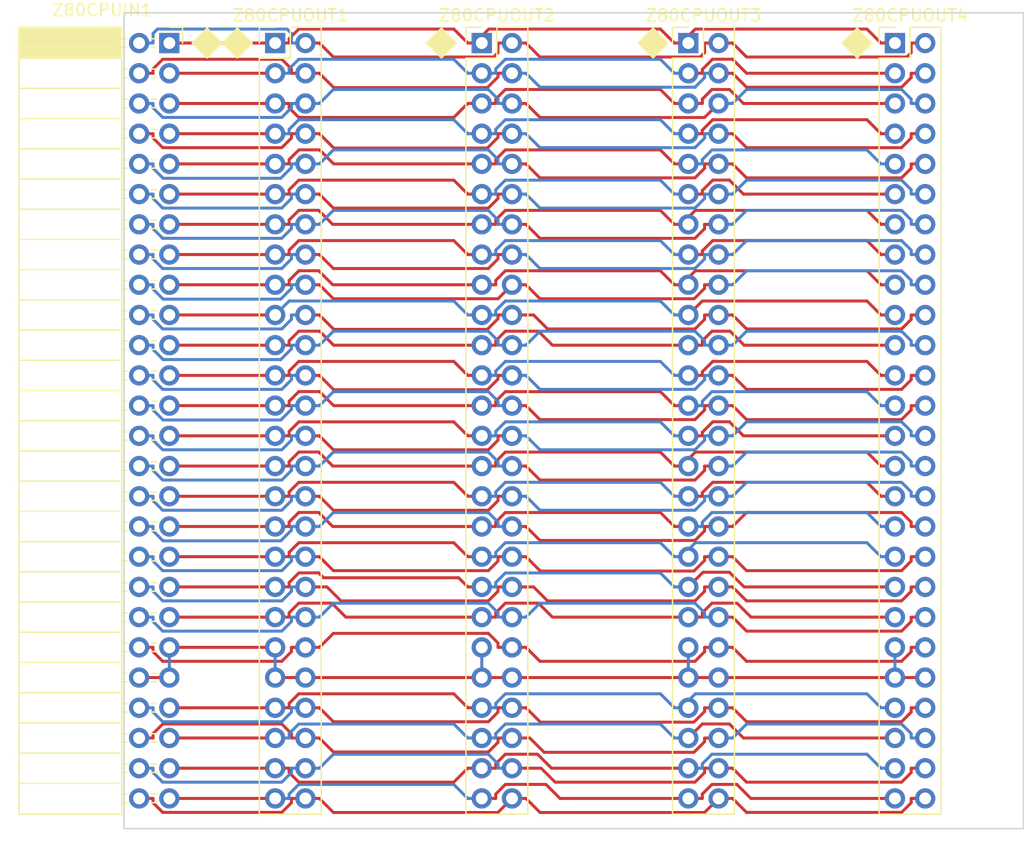
<source format=kicad_pcb>
(kicad_pcb (version 20211014) (generator pcbnew)
  (layers (0 "F.Cu" signal) (31 "B.Cu" signal) (34 "B.Paste" user) (35 "F.Paste" user) (36 "B.SilkS" user "B.Silkscreen") (37 "F.SilkS" user "F.Silkscreen") (38 "B.Mask" user) (39 "F.Mask" user) (44 "Edge.Cuts" user))
  (net 0 "")
  (net 1 "/A23")
  (net 2 "/A21")
  (net 3 "/A22")
  (net 4 "/A20")
  (net 5 "GND")
  (net 6 "/~{INT}")
  (net 7 "/~{NMI}")
  (net 8 "/+9Vsm")
  (net 9 "/~{HALT}")
  (net 10 "/+5V")
  (net 11 "/~{MREQ}")
  (net 12 "/~{CPUCLK}")
  (net 13 "/~{IOREQ}")
  (net 14 "/A11")
  (net 15 "/~{RD}")
  (net 16 "/A12")
  (net 17 "/~{WR}")
  (net 18 "/A13")
  (net 19 "/~{BUSAK}")
  (net 20 "/A14")
  (net 21 "/~{WAIT}")
  (net 22 "/A15")
  (net 23 "/~{BUSRQ}")
  (net 24 "/DA4")
  (net 25 "/~{RESET}")
  (net 26 "/DA3")
  (net 27 "/~{M1}")
  (net 28 "/DA5")
  (net 29 "/~{REFSH}")
  (net 30 "/A2")
  (net 31 "/A6")
  (net 32 "/A10")
  (net 33 "/A5")
  (net 34 "/A9")
  (net 35 "/A4")
  (net 36 "/A8")
  (net 37 "/A3")
  (net 38 "/A7")
  (net 39 "/A1")
  (net 40 "/A0")
  (net 41 "/DA0")
  (net 42 "/DA1")
  (net 43 "/DA2")
  (net 44 "/DA6")
  (net 45 "/DA7")
  (net 46 "/~{WE}")
  (net 47 "/A19")
  (net 48 "/A18")
  (net 49 "/A17")
  (net 50 "/A16")
  (footprint "Connector_PinSocket_2.54mm:PinSocket_2x26_P2.54mm_Horizontal" (layer "F.Cu") (at 67.31 66.04)
    (fp_text reference "Z80CPUIN1")
    (fp_text value "Conn_02x26_Odd_Even")
  )
  (footprint "Connector_PinHeader_2.54mm:PinHeader_2x26_P2.54mm_Vertical" (layer "F.Cu") (at 128.27 66.04)
    (fp_text reference "Z80CPUOUT4")
    (fp_text value "Conn_02x26_Odd_Even")
  )
  (footprint "Connector_PinHeader_2.54mm:PinHeader_2x26_P2.54mm_Vertical" (layer "F.Cu") (at 110.913 66.04)
    (fp_text reference "Z80CPUOUT3")
    (fp_text value "Conn_02x26_Odd_Even")
  )
  (footprint "Connector_PinHeader_2.54mm:PinHeader_2x26_P2.54mm_Vertical" (layer "F.Cu") (at 93.5567 66.04)
    (fp_text reference "Z80CPUOUT2")
    (fp_text value "Conn_02x26_Odd_Even")
  )
  (footprint "Connector_PinHeader_2.54mm:PinHeader_2x26_P2.54mm_Vertical" (layer "F.Cu") (at 76.2 66.04)
    (fp_text reference "Z80CPUOUT1")
    (fp_text value "Conn_02x26_Odd_Even")
  )
  (gr_poly (pts (xy 70.485 64.77) (xy 69.215 66.04) (xy 70.485 67.31) (xy 71.755 66.04)) (layer "F.SilkS") (width 0.1) (fill solid))
  (gr_poly (pts (xy 90.17 64.77) (xy 88.9 66.04) (xy 90.17 67.31) (xy 91.44 66.04)) (layer "F.SilkS") (width 0.1) (fill solid))
  (gr_poly (pts (xy 107.95 64.77) (xy 106.68 66.04) (xy 107.95 67.31) (xy 109.22 66.04)) (layer "F.SilkS") (width 0.1) (fill solid))
  (gr_poly (pts (xy 125.095 64.77) (xy 123.825 66.04) (xy 125.095 67.31) (xy 126.365 66.04)) (layer "F.SilkS") (width 0.1) (fill solid))
  (gr_poly (pts (xy 73.025 64.77) (xy 71.755 66.04) (xy 73.025 67.31) (xy 74.295 66.04)) (layer "F.SilkS") (width 0.1) (fill solid))
  (gr_line (start 63.5 132.08) (end 63.5 63.5) (layer "Edge.Cuts") (width 0.12))
  (gr_line (start 139.065 132.08) (end 63.5 132.08) (layer "Edge.Cuts") (width 0.12))
  (gr_line (start 63.5 63.5) (end 139.065 63.5) (layer "Edge.Cuts") (width 0.12))
  (gr_line (start 139.065 63.5) (end 139.065 132.08) (layer "Edge.Cuts") (width 0.12))
  (segment (start 94.1135 123.0953) (end 94.9214 122.2874) (width 0.25) (layer "F.Cu") (net 1))
  (segment (start 129.6347 122.2874) (end 129.6347 121.92) (width 0.25) (layer "F.Cu") (net 1))
  (segment (start 111.3823 123.1289) (end 112.2777 122.2335) (width 0.25) (layer "F.Cu") (net 1))
  (segment (start 114.6283 121.92) (end 115.8036 123.0953) (width 0.25) (layer "F.Cu") (net 1))
  (segment (start 79.9153 121.92) (end 81.0906 123.0953) (width 0.25) (layer "F.Cu") (net 1))
  (segment (start 81.0906 123.0953) (end 94.1135 123.0953) (width 0.25) (layer "F.Cu") (net 1))
  (segment (start 112.2777 122.2335) (end 112.2777 121.92) (width 0.25) (layer "F.Cu") (net 1))
  (segment (start 98.4809 123.1289) (end 111.3823 123.1289) (width 0.25) (layer "F.Cu") (net 1))
  (segment (start 113.453 121.92) (end 114.6283 121.92) (width 0.25) (layer "F.Cu") (net 1))
  (segment (start 94.9214 122.2874) (end 94.9214 121.92) (width 0.25) (layer "F.Cu") (net 1))
  (segment (start 130.81 121.92) (end 129.6347 121.92) (width 0.25) (layer "F.Cu") (net 1))
  (segment (start 115.8036 123.0953) (end 128.8268 123.0953) (width 0.25) (layer "F.Cu") (net 1))
  (segment (start 96.0967 121.92) (end 97.272 121.92) (width 0.25) (layer "F.Cu") (net 1))
  (segment (start 78.74 121.92) (end 79.9153 121.92) (width 0.25) (layer "F.Cu") (net 1))
  (segment (start 96.0967 121.92) (end 94.9214 121.92) (width 0.25) (layer "F.Cu") (net 1))
  (segment (start 97.272 121.92) (end 98.4809 123.1289) (width 0.25) (layer "F.Cu") (net 1))
  (segment (start 128.8268 123.0953) (end 129.6347 122.2874) (width 0.25) (layer "F.Cu") (net 1))
  (segment (start 113.453 121.92) (end 112.2777 121.92) (width 0.25) (layer "F.Cu") (net 1))
  (segment (start 76.7568 123.0953) (end 77.5647 122.2874) (width 0.25) (layer "B.Cu") (net 1))
  (segment (start 77.5647 122.2874) (end 77.5647 121.92) (width 0.25) (layer "B.Cu") (net 1))
  (segment (start 65.9453 122.2873) (end 66.7533 123.0953) (width 0.25) (layer "B.Cu") (net 1))
  (segment (start 64.77 121.92) (end 65.9453 121.92) (width 0.25) (layer "B.Cu") (net 1))
  (segment (start 78.74 121.92) (end 77.5647 121.92) (width 0.25) (layer "B.Cu") (net 1))
  (segment (start 66.7533 123.0953) (end 76.7568 123.0953) (width 0.25) (layer "B.Cu") (net 1))
  (segment (start 65.9453 121.92) (end 65.9453 122.2873) (width 0.25) (layer "B.Cu") (net 1))
  (segment (start 128.8268 128.1753) (end 115.8036 128.1753) (width 0.25) (layer "F.Cu") (net 2))
  (segment (start 112.8654 127) (end 112.2777 127) (width 0.25) (layer "F.Cu") (net 2))
  (segment (start 99.7212 128.1753) (end 98.5459 127) (width 0.25) (layer "F.Cu") (net 2))
  (segment (start 130.81 127) (end 129.6347 127) (width 0.25) (layer "F.Cu") (net 2))
  (segment (start 129.6347 127.3674) (end 128.8268 128.1753) (width 0.25) (layer "F.Cu") (net 2))
  (segment (start 111.4698 128.1753) (end 99.7212 128.1753) (width 0.25) (layer "F.Cu") (net 2))
  (segment (start 112.2777 127.3674) (end 111.4698 128.1753) (width 0.25) (layer "F.Cu") (net 2))
  (segment (start 98.5459 127) (end 97.272 127) (width 0.25) (layer "F.Cu") (net 2))
  (segment (start 112.2777 127) (end 112.2777 127.3674) (width 0.25) (layer "F.Cu") (net 2))
  (segment (start 96.0967 127) (end 97.272 127) (width 0.25) (layer "F.Cu") (net 2))
  (segment (start 113.453 127) (end 114.6283 127) (width 0.25) (layer "F.Cu") (net 2))
  (segment (start 115.8036 128.1753) (end 114.6283 127) (width 0.25) (layer "F.Cu") (net 2))
  (segment (start 113.453 127) (end 112.8654 127) (width 0.25) (layer "F.Cu") (net 2))
  (segment (start 129.6347 127) (end 129.6347 127.3674) (width 0.25) (layer "F.Cu") (net 2))
  (segment (start 76.7568 128.1753) (end 77.5647 127.3674) (width 0.25) (layer "B.Cu") (net 2))
  (segment (start 94.1135 125.8247) (end 94.9214 126.6326) (width 0.25) (layer "B.Cu") (net 2))
  (segment (start 94.9214 126.6326) (end 94.9214 127) (width 0.25) (layer "B.Cu") (net 2))
  (segment (start 79.9153 127) (end 81.0906 125.8247) (width 0.25) (layer "B.Cu") (net 2))
  (segment (start 77.5647 127.3674) (end 77.5647 127) (width 0.25) (layer "B.Cu") (net 2))
  (segment (start 64.77 127) (end 65.9453 127) (width 0.25) (layer "B.Cu") (net 2))
  (segment (start 81.0906 125.8247) (end 94.1135 125.8247) (width 0.25) (layer "B.Cu") (net 2))
  (segment (start 78.74 127) (end 77.5647 127) (width 0.25) (layer "B.Cu") (net 2))
  (segment (start 66.7533 128.1753) (end 76.7568 128.1753) (width 0.25) (layer "B.Cu") (net 2))
  (segment (start 78.74 127) (end 79.9153 127) (width 0.25) (layer "B.Cu") (net 2))
  (segment (start 65.9453 127) (end 65.9453 127.3673) (width 0.25) (layer "B.Cu") (net 2))
  (segment (start 65.9453 127.3673) (end 66.7533 128.1753) (width 0.25) (layer "B.Cu") (net 2))
  (segment (start 96.0967 127) (end 94.9214 127) (width 0.25) (layer "B.Cu") (net 2))
  (segment (start 77.5647 124.0926) (end 77.5647 124.46) (width 0.25) (layer "F.Cu") (net 3))
  (segment (start 96.0967 124.46) (end 94.9214 124.46) (width 0.25) (layer "F.Cu") (net 3))
  (segment (start 78.74 124.46) (end 77.5647 124.46) (width 0.25) (layer "F.Cu") (net 3))
  (segment (start 98.7971 125.6665) (end 111.3847 125.6665) (width 0.25) (layer "F.Cu") (net 3))
  (segment (start 64.77 124.46) (end 65.9453 124.46) (width 0.25) (layer "F.Cu") (net 3))
  (segment (start 111.3847 125.6665) (end 112.2777 124.7735) (width 0.25) (layer "F.Cu") (net 3))
  (segment (start 66.7533 123.2847) (end 76.7568 123.2847) (width 0.25) (layer "F.Cu") (net 3))
  (segment (start 79.9153 124.46) (end 81.0906 125.6353) (width 0.25) (layer "F.Cu") (net 3))
  (segment (start 76.7568 123.2847) (end 77.5647 124.0926) (width 0.25) (layer "F.Cu") (net 3))
  (segment (start 94.1135 125.6353) (end 94.9214 124.8274) (width 0.25) (layer "F.Cu") (net 3))
  (segment (start 96.0967 124.46) (end 97.5906 124.46) (width 0.25) (layer "F.Cu") (net 3))
  (segment (start 97.5906 124.46) (end 98.7971 125.6665) (width 0.25) (layer "F.Cu") (net 3))
  (segment (start 112.2777 124.7735) (end 112.2777 124.46) (width 0.25) (layer "F.Cu") (net 3))
  (segment (start 65.9453 124.0927) (end 66.7533 123.2847) (width 0.25) (layer "F.Cu") (net 3))
  (segment (start 94.9214 124.8274) (end 94.9214 124.46) (width 0.25) (layer "F.Cu") (net 3))
  (segment (start 65.9453 124.46) (end 65.9453 124.0927) (width 0.25) (layer "F.Cu") (net 3))
  (segment (start 81.0906 125.6353) (end 94.1135 125.6353) (width 0.25) (layer "F.Cu") (net 3))
  (segment (start 78.74 124.46) (end 79.9153 124.46) (width 0.25) (layer "F.Cu") (net 3))
  (segment (start 113.453 124.46) (end 112.2777 124.46) (width 0.25) (layer "F.Cu") (net 3))
  (segment (start 114.6283 124.46) (end 115.8036 123.2847) (width 0.25) (layer "B.Cu") (net 3))
  (segment (start 113.453 124.46) (end 114.6283 124.46) (width 0.25) (layer "B.Cu") (net 3))
  (segment (start 130.81 124.46) (end 129.6347 124.46) (width 0.25) (layer "B.Cu") (net 3))
  (segment (start 115.8036 123.2847) (end 128.8268 123.2847) (width 0.25) (layer "B.Cu") (net 3))
  (segment (start 128.8268 123.2847) (end 129.6347 124.0926) (width 0.25) (layer "B.Cu") (net 3))
  (segment (start 129.6347 124.0926) (end 129.6347 124.46) (width 0.25) (layer "B.Cu") (net 3))
  (segment (start 65.9453 129.9073) (end 66.7533 130.7153) (width 0.25) (layer "F.Cu") (net 4))
  (segment (start 79.9153 129.54) (end 81.098 130.7227) (width 0.25) (layer "F.Cu") (net 4))
  (segment (start 65.9453 129.54) (end 65.9453 129.9073) (width 0.25) (layer "F.Cu") (net 4))
  (segment (start 112.2703 130.7227) (end 113.453 129.54) (width 0.25) (layer "F.Cu") (net 4))
  (segment (start 78.74 129.54) (end 77.5647 129.54) (width 0.25) (layer "F.Cu") (net 4))
  (segment (start 96.0967 129.54) (end 97.272 129.54) (width 0.25) (layer "F.Cu") (net 4))
  (segment (start 98.4547 130.7227) (end 112.2703 130.7227) (width 0.25) (layer "F.Cu") (net 4))
  (segment (start 128.8268 130.7153) (end 129.6347 129.9074) (width 0.25) (layer "F.Cu") (net 4))
  (segment (start 64.77 129.54) (end 65.9453 129.54) (width 0.25) (layer "F.Cu") (net 4))
  (segment (start 78.74 129.54) (end 79.9153 129.54) (width 0.25) (layer "F.Cu") (net 4))
  (segment (start 97.272 129.54) (end 98.4547 130.7227) (width 0.25) (layer "F.Cu") (net 4))
  (segment (start 115.8036 130.7153) (end 128.8268 130.7153) (width 0.25) (layer "F.Cu") (net 4))
  (segment (start 114.6283 129.54) (end 115.8036 130.7153) (width 0.25) (layer "F.Cu") (net 4))
  (segment (start 66.7533 130.7153) (end 76.7568 130.7153) (width 0.25) (layer "F.Cu") (net 4))
  (segment (start 76.7568 130.7153) (end 77.5647 129.9074) (width 0.25) (layer "F.Cu") (net 4))
  (segment (start 129.6347 129.9074) (end 129.6347 129.54) (width 0.25) (layer "F.Cu") (net 4))
  (segment (start 113.453 129.54) (end 114.6283 129.54) (width 0.25) (layer "F.Cu") (net 4))
  (segment (start 81.098 130.7227) (end 94.914 130.7227) (width 0.25) (layer "F.Cu") (net 4))
  (segment (start 130.81 129.54) (end 129.6347 129.54) (width 0.25) (layer "F.Cu") (net 4))
  (segment (start 77.5647 129.9074) (end 77.5647 129.54) (width 0.25) (layer "F.Cu") (net 4))
  (segment (start 94.914 130.7227) (end 96.0967 129.54) (width 0.25) (layer "F.Cu") (net 4))
  (segment (start 113.453 119.38) (end 128.27 119.38) (width 0.25) (layer "F.Cu") (net 5))
  (segment (start 110.913 119.38) (end 113.453 119.38) (width 0.25) (layer "F.Cu") (net 5))
  (segment (start 96.0967 119.38) (end 110.913 119.38) (width 0.25) (layer "F.Cu") (net 5))
  (segment (start 128.27 119.38) (end 130.81 119.38) (width 0.25) (layer "F.Cu") (net 5))
  (segment (start 67.31 119.38) (end 64.77 119.38) (width 0.25) (layer "F.Cu") (net 5))
  (segment (start 67.31 116.84) (end 76.2 116.84) (width 0.25) (layer "F.Cu") (net 5))
  (segment (start 78.74 119.38) (end 93.5567 119.38) (width 0.25) (layer "F.Cu") (net 5))
  (segment (start 93.5567 119.38) (end 96.0967 119.38) (width 0.25) (layer "F.Cu") (net 5))
  (segment (start 76.2 119.38) (end 78.74 119.38) (width 0.25) (layer "F.Cu") (net 5))
  (segment (start 93.5567 116.84) (end 93.5567 119.38) (width 0.25) (layer "B.Cu") (net 5))
  (segment (start 67.31 116.84) (end 67.31 119.38) (width 0.25) (layer "B.Cu") (net 5))
  (segment (start 128.27 116.84) (end 128.27 119.38) (width 0.25) (layer "B.Cu") (net 5))
  (segment (start 76.2 116.84) (end 76.2 119.38) (width 0.25) (layer "B.Cu") (net 5))
  (segment (start 110.913 116.84) (end 110.913 119.38) (width 0.25) (layer "B.Cu") (net 5))
  (segment (start 96.0967 116.84) (end 94.9214 116.84) (width 0.25) (layer "F.Cu") (net 6))
  (segment (start 78.74 116.84) (end 79.9153 116.84) (width 0.25) (layer "F.Cu") (net 6))
  (segment (start 128.8268 118.0153) (end 129.6347 117.2074) (width 0.25) (layer "F.Cu") (net 6))
  (segment (start 113.453 116.84) (end 114.6283 116.84) (width 0.25) (layer "F.Cu") (net 6))
  (segment (start 113.453 116.84) (end 112.2777 116.84) (width 0.25) (layer "F.Cu") (net 6))
  (segment (start 76.7568 118.0153) (end 77.5647 117.2074) (width 0.25) (layer "F.Cu") (net 6))
  (segment (start 65.9453 117.2073) (end 66.7533 118.0153) (width 0.25) (layer "F.Cu") (net 6))
  (segment (start 94.9214 116.4726) (end 94.9214 116.84) (width 0.25) (layer "F.Cu") (net 6))
  (segment (start 115.8036 118.0153) (end 128.8268 118.0153) (width 0.25) (layer "F.Cu") (net 6))
  (segment (start 111.4698 118.0153) (end 112.2777 117.2074) (width 0.25) (layer "F.Cu") (net 6))
  (segment (start 81.0906 115.6647) (end 94.1135 115.6647) (width 0.25) (layer "F.Cu") (net 6))
  (segment (start 98.4473 118.0153) (end 111.4698 118.0153) (width 0.25) (layer "F.Cu") (net 6))
  (segment (start 97.272 116.84) (end 98.4473 118.0153) (width 0.25) (layer "F.Cu") (net 6))
  (segment (start 112.2777 117.2074) (end 112.2777 116.84) (width 0.25) (layer "F.Cu") (net 6))
  (segment (start 79.9153 116.84) (end 81.0906 115.6647) (width 0.25) (layer "F.Cu") (net 6))
  (segment (start 129.6347 117.2074) (end 129.6347 116.84) (width 0.25) (layer "F.Cu") (net 6))
  (segment (start 130.81 116.84) (end 129.6347 116.84) (width 0.25) (layer "F.Cu") (net 6))
  (segment (start 77.5647 117.2074) (end 77.5647 116.84) (width 0.25) (layer "F.Cu") (net 6))
  (segment (start 94.1135 115.6647) (end 94.9214 116.4726) (width 0.25) (layer "F.Cu") (net 6))
  (segment (start 65.9453 116.84) (end 65.9453 117.2073) (width 0.25) (layer "F.Cu") (net 6))
  (segment (start 96.0967 116.84) (end 97.272 116.84) (width 0.25) (layer "F.Cu") (net 6))
  (segment (start 66.7533 118.0153) (end 76.7568 118.0153) (width 0.25) (layer "F.Cu") (net 6))
  (segment (start 64.77 116.84) (end 65.9453 116.84) (width 0.25) (layer "F.Cu") (net 6))
  (segment (start 114.6283 116.84) (end 115.8036 118.0153) (width 0.25) (layer "F.Cu") (net 6))
  (segment (start 78.74 116.84) (end 77.5647 116.84) (width 0.25) (layer "F.Cu") (net 6))
  (segment (start 129.6347 114.6674) (end 129.6347 114.3) (width 0.25) (layer "F.Cu") (net 7))
  (segment (start 128.8268 115.4753) (end 129.6347 114.6674) (width 0.25) (layer "F.Cu") (net 7))
  (segment (start 115.8036 115.4753) (end 128.8268 115.4753) (width 0.25) (layer "F.Cu") (net 7))
  (segment (start 114.6283 114.3) (end 115.8036 115.4753) (width 0.25) (layer "F.Cu") (net 7))
  (segment (start 113.453 114.3) (end 114.6283 114.3) (width 0.25) (layer "F.Cu") (net 7))
  (segment (start 130.81 114.3) (end 129.6347 114.3) (width 0.25) (layer "F.Cu") (net 7))
  (segment (start 78.74 114.3) (end 79.9153 114.3) (width 0.25) (layer "B.Cu") (net 7))
  (segment (start 81.0906 113.1247) (end 94.1135 113.1247) (width 0.25) (layer "B.Cu") (net 7))
  (segment (start 111.4698 113.1247) (end 112.2777 113.9326) (width 0.25) (layer "B.Cu") (net 7))
  (segment (start 64.77 114.3) (end 65.9453 114.3) (width 0.25) (layer "B.Cu") (net 7))
  (segment (start 77.5647 114.6674) (end 77.5647 114.3) (width 0.25) (layer "B.Cu") (net 7))
  (segment (start 66.7533 115.4753) (end 76.7568 115.4753) (width 0.25) (layer "B.Cu") (net 7))
  (segment (start 65.9453 114.3) (end 65.9453 114.6673) (width 0.25) (layer "B.Cu") (net 7))
  (segment (start 112.2777 113.9326) (end 112.2777 114.3) (width 0.25) (layer "B.Cu") (net 7))
  (segment (start 95.5091 114.3) (end 96.0967 114.3) (width 0.25) (layer "B.Cu") (net 7))
  (segment (start 76.7568 115.4753) (end 77.5647 114.6674) (width 0.25) (layer "B.Cu") (net 7))
  (segment (start 78.74 114.3) (end 77.5647 114.3) (width 0.25) (layer "B.Cu") (net 7))
  (segment (start 94.1135 113.1247) (end 94.9214 113.9326) (width 0.25) (layer "B.Cu") (net 7))
  (segment (start 96.0967 114.3) (end 97.272 114.3) (width 0.25) (layer "B.Cu") (net 7))
  (segment (start 113.453 114.3) (end 112.2777 114.3) (width 0.25) (layer "B.Cu") (net 7))
  (segment (start 98.4473 113.1247) (end 111.4698 113.1247) (width 0.25) (layer "B.Cu") (net 7))
  (segment (start 95.5091 114.3) (end 94.9214 114.3) (width 0.25) (layer "B.Cu") (net 7))
  (segment (start 65.9453 114.6673) (end 66.7533 115.4753) (width 0.25) (layer "B.Cu") (net 7))
  (segment (start 79.9153 114.3) (end 81.0906 113.1247) (width 0.25) (layer "B.Cu") (net 7))
  (segment (start 97.272 114.3) (end 98.4473 113.1247) (width 0.25) (layer "B.Cu") (net 7))
  (segment (start 94.9214 113.9326) (end 94.9214 114.3) (width 0.25) (layer "B.Cu") (net 7))
  (segment (start 67.31 114.3) (end 76.2 114.3) (width 0.25) (layer "F.Cu") (net 8))
  (segment (start 112.0883 114.3) (end 112.0883 113.9327) (width 0.25) (layer "F.Cu") (net 8))
  (segment (start 114.9985 113.1215) (end 116.177 114.3) (width 0.25) (layer "F.Cu") (net 8))
  (segment (start 77.3753 114.3) (end 77.3753 113.9327) (width 0.25) (layer "F.Cu") (net 8))
  (segment (start 80.9585 113.1215) (end 82.137 114.3) (width 0.25) (layer "F.Cu") (net 8))
  (segment (start 110.913 114.3) (end 112.0883 114.3) (width 0.25) (layer "F.Cu") (net 8))
  (segment (start 77.3753 113.9327) (end 78.1865 113.1215) (width 0.25) (layer "F.Cu") (net 8))
  (segment (start 94.732 113.9327) (end 95.5432 113.1215) (width 0.25) (layer "F.Cu") (net 8))
  (segment (start 95.5432 113.1215) (end 98.3152 113.1215) (width 0.25) (layer "F.Cu") (net 8))
  (segment (start 82.137 114.3) (end 93.5567 114.3) (width 0.25) (layer "F.Cu") (net 8))
  (segment (start 98.3152 113.1215) (end 99.4937 114.3) (width 0.25) (layer "F.Cu") (net 8))
  (segment (start 94.732 114.3) (end 94.732 113.9327) (width 0.25) (layer "F.Cu") (net 8))
  (segment (start 116.177 114.3) (end 128.27 114.3) (width 0.25) (layer "F.Cu") (net 8))
  (segment (start 76.2 114.3) (end 77.3753 114.3) (width 0.25) (layer "F.Cu") (net 8))
  (segment (start 112.0883 113.9327) (end 112.8995 113.1215) (width 0.25) (layer "F.Cu") (net 8))
  (segment (start 93.5567 114.3) (end 94.732 114.3) (width 0.25) (layer "F.Cu") (net 8))
  (segment (start 99.4937 114.3) (end 110.913 114.3) (width 0.25) (layer "F.Cu") (net 8))
  (segment (start 112.8995 113.1215) (end 114.9985 113.1215) (width 0.25) (layer "F.Cu") (net 8))
  (segment (start 78.1865 113.1215) (end 80.9585 113.1215) (width 0.25) (layer "F.Cu") (net 8))
  (segment (start 113.453 111.76) (end 112.8654 111.76) (width 0.25) (layer "F.Cu") (net 9))
  (segment (start 112.2777 112.1274) (end 111.4698 112.9353) (width 0.25) (layer "F.Cu") (net 9))
  (segment (start 115.8036 112.9353) (end 114.6283 111.76) (width 0.25) (layer "F.Cu") (net 9))
  (segment (start 113.453 111.76) (end 114.6283 111.76) (width 0.25) (layer "F.Cu") (net 9))
  (segment (start 129.6347 111.76) (end 129.6347 112.1274) (width 0.25) (layer "F.Cu") (net 9))
  (segment (start 99.0842 112.9353) (end 97.9089 111.76) (width 0.25) (layer "F.Cu") (net 9))
  (segment (start 130.81 111.76) (end 129.6347 111.76) (width 0.25) (layer "F.Cu") (net 9))
  (segment (start 97.9089 111.76) (end 97.272 111.76) (width 0.25) (layer "F.Cu") (net 9))
  (segment (start 81.7275 112.9353) (end 80.5522 111.76) (width 0.25) (layer "F.Cu") (net 9))
  (segment (start 112.8654 111.76) (end 112.2777 111.76) (width 0.25) (layer "F.Cu") (net 9))
  (segment (start 129.6347 112.1274) (end 128.8268 112.9353) (width 0.25) (layer "F.Cu") (net 9))
  (segment (start 94.9214 111.76) (end 94.9214 112.1274) (width 0.25) (layer "F.Cu") (net 9))
  (segment (start 128.8268 112.9353) (end 115.8036 112.9353) (width 0.25) (layer "F.Cu") (net 9))
  (segment (start 111.4698 112.9353) (end 99.0842 112.9353) (width 0.25) (layer "F.Cu") (net 9))
  (segment (start 80.5522 111.76) (end 79.9153 111.76) (width 0.25) (layer "F.Cu") (net 9))
  (segment (start 112.2777 111.76) (end 112.2777 112.1274) (width 0.25) (layer "F.Cu") (net 9))
  (segment (start 95.5091 111.76) (end 94.9214 111.76) (width 0.25) (layer "F.Cu") (net 9))
  (segment (start 96.0967 111.76) (end 97.272 111.76) (width 0.25) (layer "F.Cu") (net 9))
  (segment (start 96.0967 111.76) (end 95.5091 111.76) (width 0.25) (layer "F.Cu") (net 9))
  (segment (start 94.1135 112.9353) (end 81.7275 112.9353) (width 0.25) (layer "F.Cu") (net 9))
  (segment (start 94.9214 112.1274) (end 94.1135 112.9353) (width 0.25) (layer "F.Cu") (net 9))
  (segment (start 78.74 111.76) (end 79.9153 111.76) (width 0.25) (layer "F.Cu") (net 9))
  (segment (start 64.77 111.76) (end 65.9453 111.76) (width 0.25) (layer "B.Cu") (net 9))
  (segment (start 78.74 111.76) (end 77.5647 111.76) (width 0.25) (layer "B.Cu") (net 9))
  (segment (start 65.9453 111.76) (end 65.9453 112.1273) (width 0.25) (layer "B.Cu") (net 9))
  (segment (start 65.9453 112.1273) (end 66.7533 112.9353) (width 0.25) (layer "B.Cu") (net 9))
  (segment (start 77.5647 112.1274) (end 77.5647 111.76) (width 0.25) (layer "B.Cu") (net 9))
  (segment (start 76.7568 112.9353) (end 77.5647 112.1274) (width 0.25) (layer "B.Cu") (net 9))
  (segment (start 66.7533 112.9353) (end 76.7568 112.9353) (width 0.25) (layer "B.Cu") (net 9))
  (segment (start 115.5946 111.76) (end 128.27 111.76) (width 0.25) (layer "F.Cu") (net 10))
  (segment (start 79.854 110.5789) (end 80.2658 110.9907) (width 0.25) (layer "F.Cu") (net 10))
  (segment (start 77.3753 111.3927) (end 78.1891 110.5789) (width 0.25) (layer "F.Cu") (net 10))
  (segment (start 80.2658 110.9907) (end 91.6121 110.9907) (width 0.25) (layer "F.Cu") (net 10))
  (segment (start 67.31 111.76) (end 76.2 111.76) (width 0.25) (layer "F.Cu") (net 10))
  (segment (start 77.3753 111.76) (end 77.3753 111.3927) (width 0.25) (layer "F.Cu") (net 10))
  (segment (start 112.1456 110.5274) (end 114.362 110.5274) (width 0.25) (layer "F.Cu") (net 10))
  (segment (start 91.6121 110.9907) (end 92.3814 111.76) (width 0.25) (layer "F.Cu") (net 10))
  (segment (start 76.2 111.76) (end 77.3753 111.76) (width 0.25) (layer "F.Cu") (net 10))
  (segment (start 110.913 111.76) (end 112.1456 110.5274) (width 0.25) (layer "F.Cu") (net 10))
  (segment (start 114.362 110.5274) (end 115.5946 111.76) (width 0.25) (layer "F.Cu") (net 10))
  (segment (start 93.5567 111.76) (end 92.3814 111.76) (width 0.25) (layer "F.Cu") (net 10))
  (segment (start 78.1891 110.5789) (end 79.854 110.5789) (width 0.25) (layer "F.Cu") (net 10))
  (segment (start 93.5567 111.76) (end 94.732 111.76) (width 0.25) (layer "B.Cu") (net 10))
  (segment (start 94.732 111.76) (end 94.732 111.3927) (width 0.25) (layer "B.Cu") (net 10))
  (segment (start 108.5624 110.5847) (end 109.7377 111.76) (width 0.25) (layer "B.Cu") (net 10))
  (segment (start 95.54 110.5847) (end 108.5624 110.5847) (width 0.25) (layer "B.Cu") (net 10))
  (segment (start 110.913 111.76) (end 109.7377 111.76) (width 0.25) (layer "B.Cu") (net 10))
  (segment (start 94.732 111.3927) (end 95.54 110.5847) (width 0.25) (layer "B.Cu") (net 10))
  (segment (start 129.6347 109.5874) (end 128.8268 110.3953) (width 0.25) (layer "F.Cu") (net 11))
  (segment (start 96.0967 109.22) (end 94.9214 109.22) (width 0.25) (layer "F.Cu") (net 11))
  (segment (start 112.2777 109.5335) (end 112.2777 109.22) (width 0.25) (layer "F.Cu") (net 11))
  (segment (start 111.3847 110.4265) (end 112.2777 109.5335) (width 0.25) (layer "F.Cu") (net 11))
  (segment (start 96.0967 109.22) (end 97.272 109.22) (width 0.25) (layer "F.Cu") (net 11))
  (segment (start 128.8268 110.3953) (end 115.8036 110.3953) (width 0.25) (layer "F.Cu") (net 11))
  (segment (start 98.4785 110.4265) (end 111.3847 110.4265) (width 0.25) (layer "F.Cu") (net 11))
  (segment (start 113.453 109.22) (end 114.6283 109.22) (width 0.25) (layer "F.Cu") (net 11))
  (segment (start 129.6347 109.22) (end 129.6347 109.5874) (width 0.25) (layer "F.Cu") (net 11))
  (segment (start 94.1135 110.3953) (end 94.9214 109.5874) (width 0.25) (layer "F.Cu") (net 11))
  (segment (start 81.0906 110.3953) (end 94.1135 110.3953) (width 0.25) (layer "F.Cu") (net 11))
  (segment (start 115.8036 110.3953) (end 114.6283 109.22) (width 0.25) (layer "F.Cu") (net 11))
  (segment (start 97.272 109.22) (end 98.4785 110.4265) (width 0.25) (layer "F.Cu") (net 11))
  (segment (start 130.81 109.22) (end 129.6347 109.22) (width 0.25) (layer "F.Cu") (net 11))
  (segment (start 78.74 109.22) (end 79.9153 109.22) (width 0.25) (layer "F.Cu") (net 11))
  (segment (start 113.453 109.22) (end 112.2777 109.22) (width 0.25) (layer "F.Cu") (net 11))
  (segment (start 79.9153 109.22) (end 81.0906 110.3953) (width 0.25) (layer "F.Cu") (net 11))
  (segment (start 94.9214 109.5874) (end 94.9214 109.22) (width 0.25) (layer "F.Cu") (net 11))
  (segment (start 65.9453 109.22) (end 65.9453 109.5873) (width 0.25) (layer "B.Cu") (net 11))
  (segment (start 64.77 109.22) (end 65.9453 109.22) (width 0.25) (layer "B.Cu") (net 11))
  (segment (start 77.5647 109.5874) (end 77.5647 109.22) (width 0.25) (layer "B.Cu") (net 11))
  (segment (start 66.7533 110.3953) (end 76.7568 110.3953) (width 0.25) (layer "B.Cu") (net 11))
  (segment (start 65.9453 109.5873) (end 66.7533 110.3953) (width 0.25) (layer "B.Cu") (net 11))
  (segment (start 78.74 109.22) (end 77.5647 109.22) (width 0.25) (layer "B.Cu") (net 11))
  (segment (start 76.7568 110.3953) (end 77.5647 109.5874) (width 0.25) (layer "B.Cu") (net 11))
  (segment (start 77.3753 108.8526) (end 78.1832 108.0447) (width 0.25) (layer "F.Cu") (net 12))
  (segment (start 93.5567 109.22) (end 92.3814 109.22) (width 0.25) (layer "F.Cu") (net 12))
  (segment (start 77.3753 109.22) (end 77.3753 108.8526) (width 0.25) (layer "F.Cu") (net 12))
  (segment (start 76.2 109.22) (end 77.3753 109.22) (width 0.25) (layer "F.Cu") (net 12))
  (segment (start 91.2061 108.0447) (end 92.3814 109.22) (width 0.25) (layer "F.Cu") (net 12))
  (segment (start 78.1832 108.0447) (end 91.2061 108.0447) (width 0.25) (layer "F.Cu") (net 12))
  (segment (start 67.31 109.22) (end 76.2 109.22) (width 0.25) (layer "F.Cu") (net 12))
  (segment (start 128.27 109.22) (end 127.0947 109.22) (width 0.25) (layer "B.Cu") (net 12))
  (segment (start 93.5567 109.22) (end 94.732 109.22) (width 0.25) (layer "B.Cu") (net 12))
  (segment (start 110.3254 109.22) (end 111.5007 108.0447) (width 0.25) (layer "B.Cu") (net 12))
  (segment (start 94.732 109.22) (end 94.732 108.8527) (width 0.25) (layer "B.Cu") (net 12))
  (segment (start 111.5007 108.0447) (end 125.9194 108.0447) (width 0.25) (layer "B.Cu") (net 12))
  (segment (start 94.732 108.8527) (end 95.54 108.0447) (width 0.25) (layer "B.Cu") (net 12))
  (segment (start 108.5624 108.0447) (end 109.7377 109.22) (width 0.25) (layer "B.Cu") (net 12))
  (segment (start 110.3254 109.22) (end 109.7377 109.22) (width 0.25) (layer "B.Cu") (net 12))
  (segment (start 110.913 109.22) (end 110.3254 109.22) (width 0.25) (layer "B.Cu") (net 12))
  (segment (start 95.54 108.0447) (end 108.5624 108.0447) (width 0.25) (layer "B.Cu") (net 12))
  (segment (start 125.9194 108.0447) (end 127.0947 109.22) (width 0.25) (layer "B.Cu") (net 12))
  (segment (start 113.453 106.68) (end 114.6283 106.68) (width 0.25) (layer "F.Cu") (net 13))
  (segment (start 129.6347 106.3126) (end 129.6347 106.68) (width 0.25) (layer "F.Cu") (net 13))
  (segment (start 113.453 106.68) (end 112.2777 106.68) (width 0.25) (layer "F.Cu") (net 13))
  (segment (start 130.81 106.68) (end 129.6347 106.68) (width 0.25) (layer "F.Cu") (net 13))
  (segment (start 112.2777 107.0474) (end 112.2777 106.68) (width 0.25) (layer "F.Cu") (net 13))
  (segment (start 115.8036 105.5047) (end 128.8268 105.5047) (width 0.25) (layer "F.Cu") (net 13))
  (segment (start 96.0967 106.68) (end 97.272 106.68) (width 0.25) (layer "F.Cu") (net 13))
  (segment (start 114.6283 106.68) (end 115.8036 105.5047) (width 0.25) (layer "F.Cu") (net 13))
  (segment (start 128.8268 105.5047) (end 129.6347 106.3126) (width 0.25) (layer "F.Cu") (net 13))
  (segment (start 111.4698 107.8553) (end 112.2777 107.0474) (width 0.25) (layer "F.Cu") (net 13))
  (segment (start 97.272 106.68) (end 98.4473 107.8553) (width 0.25) (layer "F.Cu") (net 13))
  (segment (start 98.4473 107.8553) (end 111.4698 107.8553) (width 0.25) (layer "F.Cu") (net 13))
  (segment (start 79.9153 106.68) (end 81.0906 105.5047) (width 0.25) (layer "B.Cu") (net 13))
  (segment (start 78.74 106.68) (end 77.5647 106.68) (width 0.25) (layer "B.Cu") (net 13))
  (segment (start 65.9453 107.0473) (end 66.7871 107.8891) (width 0.25) (layer "B.Cu") (net 13))
  (segment (start 94.9214 106.3126) (end 94.9214 106.68) (width 0.25) (layer "B.Cu") (net 13))
  (segment (start 76.6691 107.8891) (end 77.5647 106.9935) (width 0.25) (layer "B.Cu") (net 13))
  (segment (start 66.7871 107.8891) (end 76.6691 107.8891) (width 0.25) (layer "B.Cu") (net 13))
  (segment (start 64.77 106.68) (end 65.9453 106.68) (width 0.25) (layer "B.Cu") (net 13))
  (segment (start 78.74 106.68) (end 79.9153 106.68) (width 0.25) (layer "B.Cu") (net 13))
  (segment (start 81.0906 105.5047) (end 94.1135 105.5047) (width 0.25) (layer "B.Cu") (net 13))
  (segment (start 96.0967 106.68) (end 94.9214 106.68) (width 0.25) (layer "B.Cu") (net 13))
  (segment (start 94.1135 105.5047) (end 94.9214 106.3126) (width 0.25) (layer "B.Cu") (net 13))
  (segment (start 65.9453 106.68) (end 65.9453 107.0473) (width 0.25) (layer "B.Cu") (net 13))
  (segment (start 77.5647 106.9935) (end 77.5647 106.68) (width 0.25) (layer "B.Cu") (net 13))
  (segment (start 78.1891 105.4989) (end 79.854 105.4989) (width 0.25) (layer "F.Cu") (net 14))
  (segment (start 95.54 105.5047) (end 108.5624 105.5047) (width 0.25) (layer "F.Cu") (net 14))
  (segment (start 93.5567 106.68) (end 94.732 106.68) (width 0.25) (layer "F.Cu") (net 14))
  (segment (start 77.3753 106.3127) (end 78.1891 105.4989) (width 0.25) (layer "F.Cu") (net 14))
  (segment (start 76.2 106.68) (end 77.3753 106.68) (width 0.25) (layer "F.Cu") (net 14))
  (segment (start 77.3753 106.68) (end 77.3753 106.3127) (width 0.25) (layer "F.Cu") (net 14))
  (segment (start 81.0351 106.68) (end 92.3814 106.68) (width 0.25) (layer "F.Cu") (net 14))
  (segment (start 110.913 106.68) (end 109.7377 106.68) (width 0.25) (layer "F.Cu") (net 14))
  (segment (start 108.5624 105.5047) (end 109.7377 106.68) (width 0.25) (layer "F.Cu") (net 14))
  (segment (start 93.5567 106.68) (end 92.3814 106.68) (width 0.25) (layer "F.Cu") (net 14))
  (segment (start 79.854 105.4989) (end 81.0351 106.68) (width 0.25) (layer "F.Cu") (net 14))
  (segment (start 94.732 106.3127) (end 95.54 105.5047) (width 0.25) (layer "F.Cu") (net 14))
  (segment (start 94.732 106.68) (end 94.732 106.3127) (width 0.25) (layer "F.Cu") (net 14))
  (segment (start 67.31 106.68) (end 76.2 106.68) (width 0.25) (layer "F.Cu") (net 14))
  (segment (start 110.913 106.68) (end 112.0883 106.68) (width 0.25) (layer "B.Cu") (net 14))
  (segment (start 125.9194 105.5047) (end 127.0947 106.68) (width 0.25) (layer "B.Cu") (net 14))
  (segment (start 112.0883 106.68) (end 112.0883 106.3127) (width 0.25) (layer "B.Cu") (net 14))
  (segment (start 112.0883 106.3127) (end 112.8963 105.5047) (width 0.25) (layer "B.Cu") (net 14))
  (segment (start 112.8963 105.5047) (end 125.9194 105.5047) (width 0.25) (layer "B.Cu") (net 14))
  (segment (start 128.27 106.68) (end 127.0947 106.68) (width 0.25) (layer "B.Cu") (net 14))
  (segment (start 79.9153 104.14) (end 81.0906 105.3153) (width 0.25) (layer "F.Cu") (net 15))
  (segment (start 81.0906 105.3153) (end 94.1135 105.3153) (width 0.25) (layer "F.Cu") (net 15))
  (segment (start 96.0967 104.14) (end 94.9214 104.14) (width 0.25) (layer "F.Cu") (net 15))
  (segment (start 94.9214 104.5074) (end 94.9214 104.14) (width 0.25) (layer "F.Cu") (net 15))
  (segment (start 94.1135 105.3153) (end 94.9214 104.5074) (width 0.25) (layer "F.Cu") (net 15))
  (segment (start 78.74 104.14) (end 79.9153 104.14) (width 0.25) (layer "F.Cu") (net 15))
  (segment (start 112.2777 104.5074) (end 112.2777 104.14) (width 0.25) (layer "B.Cu") (net 15))
  (segment (start 114.6283 104.14) (end 115.8036 102.9647) (width 0.25) (layer "B.Cu") (net 15))
  (segment (start 96.0967 104.14) (end 97.272 104.14) (width 0.25) (layer "B.Cu") (net 15))
  (segment (start 129.6347 103.7726) (end 129.6347 104.14) (width 0.25) (layer "B.Cu") (net 15))
  (segment (start 98.4473 105.3153) (end 111.4698 105.3153) (width 0.25) (layer "B.Cu") (net 15))
  (segment (start 115.8036 102.9647) (end 128.8268 102.9647) (width 0.25) (layer "B.Cu") (net 15))
  (segment (start 66.7533 105.3153) (end 76.7568 105.3153) (width 0.25) (layer "B.Cu") (net 15))
  (segment (start 97.272 104.14) (end 98.4473 105.3153) (width 0.25) (layer "B.Cu") (net 15))
  (segment (start 130.81 104.14) (end 129.6347 104.14) (width 0.25) (layer "B.Cu") (net 15))
  (segment (start 65.9453 104.14) (end 65.9453 104.5073) (width 0.25) (layer "B.Cu") (net 15))
  (segment (start 76.7568 105.3153) (end 77.5647 104.5074) (width 0.25) (layer "B.Cu") (net 15))
  (segment (start 77.5647 104.5074) (end 77.5647 104.14) (width 0.25) (layer "B.Cu") (net 15))
  (segment (start 78.74 104.14) (end 77.5647 104.14) (width 0.25) (layer "B.Cu") (net 15))
  (segment (start 128.8268 102.9647) (end 129.6347 103.7726) (width 0.25) (layer "B.Cu") (net 15))
  (segment (start 65.9453 104.5073) (end 66.7533 105.3153) (width 0.25) (layer "B.Cu") (net 15))
  (segment (start 64.77 104.14) (end 65.9453 104.14) (width 0.25) (layer "B.Cu") (net 15))
  (segment (start 113.453 104.14) (end 114.6283 104.14) (width 0.25) (layer "B.Cu") (net 15))
  (segment (start 111.4698 105.3153) (end 112.2777 104.5074) (width 0.25) (layer "B.Cu") (net 15))
  (segment (start 113.453 104.14) (end 112.2777 104.14) (width 0.25) (layer "B.Cu") (net 15))
  (segment (start 110.913 104.14) (end 112.0883 104.14) (width 0.25) (layer "F.Cu") (net 16))
  (segment (start 67.31 104.14) (end 76.2 104.14) (width 0.25) (layer "F.Cu") (net 16))
  (segment (start 91.2061 102.9647) (end 92.3814 104.14) (width 0.25) (layer "F.Cu") (net 16))
  (segment (start 77.3753 104.14) (end 77.3753 103.7726) (width 0.25) (layer "F.Cu") (net 16))
  (segment (start 78.1832 102.9647) (end 91.2061 102.9647) (width 0.25) (layer "F.Cu") (net 16))
  (segment (start 112.9607 102.9647) (end 125.9194 102.9647) (width 0.25) (layer "F.Cu") (net 16))
  (segment (start 112.0883 104.14) (end 112.0883 103.8371) (width 0.25) (layer "F.Cu") (net 16))
  (segment (start 76.2 104.14) (end 77.3753 104.14) (width 0.25) (layer "F.Cu") (net 16))
  (segment (start 125.9194 102.9647) (end 127.0947 104.14) (width 0.25) (layer "F.Cu") (net 16))
  (segment (start 112.0883 103.8371) (end 112.9607 102.9647) (width 0.25) (layer "F.Cu") (net 16))
  (segment (start 128.27 104.14) (end 127.0947 104.14) (width 0.25) (layer "F.Cu") (net 16))
  (segment (start 93.5567 104.14) (end 92.3814 104.14) (width 0.25) (layer "F.Cu") (net 16))
  (segment (start 77.3753 103.7726) (end 78.1832 102.9647) (width 0.25) (layer "F.Cu") (net 16))
  (segment (start 110.913 104.14) (end 109.7377 104.14) (width 0.25) (layer "B.Cu") (net 16))
  (segment (start 94.732 104.14) (end 94.732 103.7727) (width 0.25) (layer "B.Cu") (net 16))
  (segment (start 95.54 102.9647) (end 108.5624 102.9647) (width 0.25) (layer "B.Cu") (net 16))
  (segment (start 93.5567 104.14) (end 94.732 104.14) (width 0.25) (layer "B.Cu") (net 16))
  (segment (start 108.5624 102.9647) (end 109.7377 104.14) (width 0.25) (layer "B.Cu") (net 16))
  (segment (start 94.732 103.7727) (end 95.54 102.9647) (width 0.25) (layer "B.Cu") (net 16))
  (segment (start 96.0967 101.6) (end 97.272 101.6) (width 0.25) (layer "F.Cu") (net 17))
  (segment (start 111.4698 102.7753) (end 112.2777 101.9674) (width 0.25) (layer "F.Cu") (net 17))
  (segment (start 97.272 101.6) (end 98.4473 102.7753) (width 0.25) (layer "F.Cu") (net 17))
  (segment (start 113.453 101.6) (end 112.2777 101.6) (width 0.25) (layer "F.Cu") (net 17))
  (segment (start 98.4473 102.7753) (end 111.4698 102.7753) (width 0.25) (layer "F.Cu") (net 17))
  (segment (start 112.2777 101.9674) (end 112.2777 101.6) (width 0.25) (layer "F.Cu") (net 17))
  (segment (start 78.74 101.6) (end 77.5647 101.6) (width 0.25) (layer "B.Cu") (net 17))
  (segment (start 65.9453 101.6) (end 65.9453 101.9673) (width 0.25) (layer "B.Cu") (net 17))
  (segment (start 94.1135 100.4247) (end 94.9214 101.2326) (width 0.25) (layer "B.Cu") (net 17))
  (segment (start 115.8036 100.4247) (end 128.8268 100.4247) (width 0.25) (layer "B.Cu") (net 17))
  (segment (start 94.9214 101.2326) (end 94.9214 101.6) (width 0.25) (layer "B.Cu") (net 17))
  (segment (start 78.74 101.6) (end 79.9153 101.6) (width 0.25) (layer "B.Cu") (net 17))
  (segment (start 113.453 101.6) (end 114.6283 101.6) (width 0.25) (layer "B.Cu") (net 17))
  (segment (start 114.6283 101.6) (end 115.8036 100.4247) (width 0.25) (layer "B.Cu") (net 17))
  (segment (start 65.9453 101.9673) (end 66.7533 102.7753) (width 0.25) (layer "B.Cu") (net 17))
  (segment (start 96.0967 101.6) (end 94.9214 101.6) (width 0.25) (layer "B.Cu") (net 17))
  (segment (start 81.0906 100.4247) (end 94.1135 100.4247) (width 0.25) (layer "B.Cu") (net 17))
  (segment (start 66.7533 102.7753) (end 76.7568 102.7753) (width 0.25) (layer "B.Cu") (net 17))
  (segment (start 129.6347 101.2326) (end 129.6347 101.6) (width 0.25) (layer "B.Cu") (net 17))
  (segment (start 79.9153 101.6) (end 81.0906 100.4247) (width 0.25) (layer "B.Cu") (net 17))
  (segment (start 64.77 101.6) (end 65.9453 101.6) (width 0.25) (layer "B.Cu") (net 17))
  (segment (start 128.8268 100.4247) (end 129.6347 101.2326) (width 0.25) (layer "B.Cu") (net 17))
  (segment (start 77.5647 101.9674) (end 77.5647 101.6) (width 0.25) (layer "B.Cu") (net 17))
  (segment (start 130.81 101.6) (end 129.6347 101.6) (width 0.25) (layer "B.Cu") (net 17))
  (segment (start 76.7568 102.7753) (end 77.5647 101.9674) (width 0.25) (layer "B.Cu") (net 17))
  (segment (start 110.913 101.6) (end 110.3254 101.6) (width 0.25) (layer "F.Cu") (net 18))
  (segment (start 76.2 101.6) (end 77.3753 101.6) (width 0.25) (layer "F.Cu") (net 18))
  (segment (start 111.5007 100.4247) (end 125.9194 100.4247) (width 0.25) (layer "F.Cu") (net 18))
  (segment (start 94.732 101.2327) (end 95.54 100.4247) (width 0.25) (layer "F.Cu") (net 18))
  (segment (start 110.3254 101.6) (end 109.7377 101.6) (width 0.25) (layer "F.Cu") (net 18))
  (segment (start 77.3753 101.2327) (end 78.1891 100.4189) (width 0.25) (layer "F.Cu") (net 18))
  (segment (start 128.27 101.6) (end 127.0947 101.6) (width 0.25) (layer "F.Cu") (net 18))
  (segment (start 108.5624 100.4247) (end 109.7377 101.6) (width 0.25) (layer "F.Cu") (net 18))
  (segment (start 79.854 100.4189) (end 81.0351 101.6) (width 0.25) (layer "F.Cu") (net 18))
  (segment (start 94.732 101.6) (end 94.732 101.2327) (width 0.25) (layer "F.Cu") (net 18))
  (segment (start 110.3254 101.6) (end 111.5007 100.4247) (width 0.25) (layer "F.Cu") (net 18))
  (segment (start 67.31 101.6) (end 76.2 101.6) (width 0.25) (layer "F.Cu") (net 18))
  (segment (start 93.5567 101.6) (end 92.3814 101.6) (width 0.25) (layer "F.Cu") (net 18))
  (segment (start 125.9194 100.4247) (end 127.0947 101.6) (width 0.25) (layer "F.Cu") (net 18))
  (segment (start 81.0351 101.6) (end 92.3814 101.6) (width 0.25) (layer "F.Cu") (net 18))
  (segment (start 95.54 100.4247) (end 108.5624 100.4247) (width 0.25) (layer "F.Cu") (net 18))
  (segment (start 78.1891 100.4189) (end 79.854 100.4189) (width 0.25) (layer "F.Cu") (net 18))
  (segment (start 77.3753 101.6) (end 77.3753 101.2327) (width 0.25) (layer "F.Cu") (net 18))
  (segment (start 93.5567 101.6) (end 94.732 101.6) (width 0.25) (layer "F.Cu") (net 18))
  (segment (start 96.0967 99.06) (end 94.9214 99.06) (width 0.25) (layer "F.Cu") (net 19))
  (segment (start 81.0906 100.2353) (end 94.1135 100.2353) (width 0.25) (layer "F.Cu") (net 19))
  (segment (start 94.9214 99.4274) (end 94.9214 99.06) (width 0.25) (layer "F.Cu") (net 19))
  (segment (start 94.1135 100.2353) (end 94.9214 99.4274) (width 0.25) (layer "F.Cu") (net 19))
  (segment (start 78.74 99.06) (end 79.9153 99.06) (width 0.25) (layer "F.Cu") (net 19))
  (segment (start 79.9153 99.06) (end 81.0906 100.2353) (width 0.25) (layer "F.Cu") (net 19))
  (segment (start 78.74 99.06) (end 77.5647 99.06) (width 0.25) (layer "B.Cu") (net 19))
  (segment (start 65.9453 99.06) (end 65.9453 99.4273) (width 0.25) (layer "B.Cu") (net 19))
  (segment (start 97.272 99.06) (end 98.4473 100.2353) (width 0.25) (layer "B.Cu") (net 19))
  (segment (start 130.81 99.06) (end 129.6347 99.06) (width 0.25) (layer "B.Cu") (net 19))
  (segment (start 128.8268 97.8847) (end 129.6347 98.6926) (width 0.25) (layer "B.Cu") (net 19))
  (segment (start 112.2777 99.4274) (end 112.2777 99.06) (width 0.25) (layer "B.Cu") (net 19))
  (segment (start 113.453 99.06) (end 114.6283 99.06) (width 0.25) (layer "B.Cu") (net 19))
  (segment (start 64.77 99.06) (end 65.9453 99.06) (width 0.25) (layer "B.Cu") (net 19))
  (segment (start 114.6283 99.06) (end 115.8036 97.8847) (width 0.25) (layer "B.Cu") (net 19))
  (segment (start 77.5647 99.4274) (end 77.5647 99.06) (width 0.25) (layer "B.Cu") (net 19))
  (segment (start 129.6347 98.6926) (end 129.6347 99.06) (width 0.25) (layer "B.Cu") (net 19))
  (segment (start 113.453 99.06) (end 112.2777 99.06) (width 0.25) (layer "B.Cu") (net 19))
  (segment (start 65.9453 99.4273) (end 66.7533 100.2353) (width 0.25) (layer "B.Cu") (net 19))
  (segment (start 76.7568 100.2353) (end 77.5647 99.4274) (width 0.25) (layer "B.Cu") (net 19))
  (segment (start 111.4698 100.2353) (end 112.2777 99.4274) (width 0.25) (layer "B.Cu") (net 19))
  (segment (start 115.8036 97.8847) (end 128.8268 97.8847) (width 0.25) (layer "B.Cu") (net 19))
  (segment (start 98.4473 100.2353) (end 111.4698 100.2353) (width 0.25) (layer "B.Cu") (net 19))
  (segment (start 66.7533 100.2353) (end 76.7568 100.2353) (width 0.25) (layer "B.Cu") (net 19))
  (segment (start 96.0967 99.06) (end 97.272 99.06) (width 0.25) (layer "B.Cu") (net 19))
  (segment (start 115.5427 99.06) (end 128.27 99.06) (width 0.25) (layer "F.Cu") (net 20))
  (segment (start 76.2 99.06) (end 77.3753 99.06) (width 0.25) (layer "F.Cu") (net 20))
  (segment (start 110.913 99.06) (end 112.0883 99.06) (width 0.25) (layer "F.Cu") (net 20))
  (segment (start 67.31 99.06) (end 76.2 99.06) (width 0.25) (layer "F.Cu") (net 20))
  (segment (start 114.3616 97.8789) (end 115.5427 99.06) (width 0.25) (layer "F.Cu") (net 20))
  (segment (start 77.3753 98.6926) (end 78.1832 97.8847) (width 0.25) (layer "F.Cu") (net 20))
  (segment (start 77.3753 99.06) (end 77.3753 98.6926) (width 0.25) (layer "F.Cu") (net 20))
  (segment (start 112.0883 98.7571) (end 112.9665 97.8789) (width 0.25) (layer "F.Cu") (net 20))
  (segment (start 112.0883 99.06) (end 112.0883 98.7571) (width 0.25) (layer "F.Cu") (net 20))
  (segment (start 112.9665 97.8789) (end 114.3616 97.8789) (width 0.25) (layer "F.Cu") (net 20))
  (segment (start 93.5567 99.06) (end 92.3814 99.06) (width 0.25) (layer "F.Cu") (net 20))
  (segment (start 91.2061 97.8847) (end 92.3814 99.06) (width 0.25) (layer "F.Cu") (net 20))
  (segment (start 78.1832 97.8847) (end 91.2061 97.8847) (width 0.25) (layer "F.Cu") (net 20))
  (segment (start 108.5624 97.8847) (end 109.7377 99.06) (width 0.25) (layer "B.Cu") (net 20))
  (segment (start 93.5567 99.06) (end 94.732 99.06) (width 0.25) (layer "B.Cu") (net 20))
  (segment (start 94.732 99.06) (end 94.732 98.6927) (width 0.25) (layer "B.Cu") (net 20))
  (segment (start 94.732 98.6927) (end 95.54 97.8847) (width 0.25) (layer "B.Cu") (net 20))
  (segment (start 110.913 99.06) (end 109.7377 99.06) (width 0.25) (layer "B.Cu") (net 20))
  (segment (start 95.54 97.8847) (end 108.5624 97.8847) (width 0.25) (layer "B.Cu") (net 20))
  (segment (start 130.81 96.52) (end 129.6347 96.52) (width 0.25) (layer "F.Cu") (net 21))
  (segment (start 112.2777 96.8874) (end 112.2777 96.52) (width 0.25) (layer "F.Cu") (net 21))
  (segment (start 113.453 96.52) (end 114.6283 96.52) (width 0.25) (layer "F.Cu") (net 21))
  (segment (start 129.6347 96.8874) (end 128.8268 97.6953) (width 0.25) (layer "F.Cu") (net 21))
  (segment (start 128.8268 97.6953) (end 115.8036 97.6953) (width 0.25) (layer "F.Cu") (net 21))
  (segment (start 98.4473 97.6953) (end 111.4698 97.6953) (width 0.25) (layer "F.Cu") (net 21))
  (segment (start 111.4698 97.6953) (end 112.2777 96.8874) (width 0.25) (layer "F.Cu") (net 21))
  (segment (start 96.0967 96.52) (end 97.272 96.52) (width 0.25) (layer "F.Cu") (net 21))
  (segment (start 129.6347 96.52) (end 129.6347 96.8874) (width 0.25) (layer "F.Cu") (net 21))
  (segment (start 113.453 96.52) (end 112.2777 96.52) (width 0.25) (layer "F.Cu") (net 21))
  (segment (start 115.8036 97.6953) (end 114.6283 96.52) (width 0.25) (layer "F.Cu") (net 21))
  (segment (start 97.272 96.52) (end 98.4473 97.6953) (width 0.25) (layer "F.Cu") (net 21))
  (segment (start 81.0906 95.3447) (end 94.1135 95.3447) (width 0.25) (layer "B.Cu") (net 21))
  (segment (start 78.74 96.52) (end 77.5647 96.52) (width 0.25) (layer "B.Cu") (net 21))
  (segment (start 77.5647 96.8335) (end 77.5647 96.52) (width 0.25) (layer "B.Cu") (net 21))
  (segment (start 79.9153 96.52) (end 81.0906 95.3447) (width 0.25) (layer "B.Cu") (net 21))
  (segment (start 94.9214 96.1526) (end 94.9214 96.52) (width 0.25) (layer "B.Cu") (net 21))
  (segment (start 96.0967 96.52) (end 94.9214 96.52) (width 0.25) (layer "B.Cu") (net 21))
  (segment (start 65.9453 96.8873) (end 66.7871 97.7291) (width 0.25) (layer "B.Cu") (net 21))
  (segment (start 94.1135 95.3447) (end 94.9214 96.1526) (width 0.25) (layer "B.Cu") (net 21))
  (segment (start 66.7871 97.7291) (end 76.6691 97.7291) (width 0.25) (layer "B.Cu") (net 21))
  (segment (start 76.6691 97.7291) (end 77.5647 96.8335) (width 0.25) (layer "B.Cu") (net 21))
  (segment (start 65.9453 96.52) (end 65.9453 96.8873) (width 0.25) (layer "B.Cu") (net 21))
  (segment (start 78.74 96.52) (end 79.9153 96.52) (width 0.25) (layer "B.Cu") (net 21))
  (segment (start 64.77 96.52) (end 65.9453 96.52) (width 0.25) (layer "B.Cu") (net 21))
  (segment (start 108.5624 95.3447) (end 109.7377 96.52) (width 0.25) (layer "F.Cu") (net 22))
  (segment (start 81.1121 96.52) (end 92.3814 96.52) (width 0.25) (layer "F.Cu") (net 22))
  (segment (start 95.54 95.3447) (end 108.5624 95.3447) (width 0.25) (layer "F.Cu") (net 22))
  (segment (start 94.732 96.1527) (end 95.54 95.3447) (width 0.25) (layer "F.Cu") (net 22))
  (segment (start 92.9691 96.52) (end 93.5567 96.52) (width 0.25) (layer "F.Cu") (net 22))
  (segment (start 67.31 96.52) (end 76.2 96.52) (width 0.25) (layer "F.Cu") (net 22))
  (segment (start 77.3753 96.52) (end 77.3753 96.1527) (width 0.25) (layer "F.Cu") (net 22))
  (segment (start 76.2 96.52) (end 77.3753 96.52) (width 0.25) (layer "F.Cu") (net 22))
  (segment (start 92.9691 96.52) (end 92.3814 96.52) (width 0.25) (layer "F.Cu") (net 22))
  (segment (start 94.732 96.52) (end 94.732 96.1527) (width 0.25) (layer "F.Cu") (net 22))
  (segment (start 93.5567 96.52) (end 94.732 96.52) (width 0.25) (layer "F.Cu") (net 22))
  (segment (start 77.3753 96.1527) (end 78.1891 95.3389) (width 0.25) (layer "F.Cu") (net 22))
  (segment (start 79.931 95.3389) (end 81.1121 96.52) (width 0.25) (layer "F.Cu") (net 22))
  (segment (start 110.913 96.52) (end 109.7377 96.52) (width 0.25) (layer "F.Cu") (net 22))
  (segment (start 78.1891 95.3389) (end 79.931 95.3389) (width 0.25) (layer "F.Cu") (net 22))
  (segment (start 112.0883 96.1527) (end 112.8963 95.3447) (width 0.25) (layer "B.Cu") (net 22))
  (segment (start 112.0883 96.52) (end 112.0883 96.1527) (width 0.25) (layer "B.Cu") (net 22))
  (segment (start 128.27 96.52) (end 127.0947 96.52) (width 0.25) (layer "B.Cu") (net 22))
  (segment (start 112.8963 95.3447) (end 125.9194 95.3447) (width 0.25) (layer "B.Cu") (net 22))
  (segment (start 110.913 96.52) (end 112.0883 96.52) (width 0.25) (layer "B.Cu") (net 22))
  (segment (start 125.9194 95.3447) (end 127.0947 96.52) (width 0.25) (layer "B.Cu") (net 22))
  (segment (start 79.9153 93.98) (end 81.1218 95.1865) (width 0.25) (layer "F.Cu") (net 23))
  (segment (start 130.81 93.98) (end 129.6347 93.98) (width 0.25) (layer "F.Cu") (net 23))
  (segment (start 113.453 93.98) (end 114.6283 93.98) (width 0.25) (layer "F.Cu") (net 23))
  (segment (start 78.74 93.98) (end 79.9153 93.98) (width 0.25) (layer "F.Cu") (net 23))
  (segment (start 96.0967 93.98) (end 94.9214 93.98) (width 0.25) (layer "F.Cu") (net 23))
  (segment (start 115.8036 95.1553) (end 114.6283 93.98) (width 0.25) (layer "F.Cu") (net 23))
  (segment (start 94.9214 94.2935) (end 94.9214 93.98) (width 0.25) (layer "F.Cu") (net 23))
  (segment (start 94.0284 95.1865) (end 94.9214 94.2935) (width 0.25) (layer "F.Cu") (net 23))
  (segment (start 129.6347 94.3474) (end 128.8268 95.1553) (width 0.25) (layer "F.Cu") (net 23))
  (segment (start 129.6347 93.98) (end 129.6347 94.3474) (width 0.25) (layer "F.Cu") (net 23))
  (segment (start 81.1218 95.1865) (end 94.0284 95.1865) (width 0.25) (layer "F.Cu") (net 23))
  (segment (start 128.8268 95.1553) (end 115.8036 95.1553) (width 0.25) (layer "F.Cu") (net 23))
  (segment (start 65.9453 93.98) (end 65.9453 94.3473) (width 0.25) (layer "B.Cu") (net 23))
  (segment (start 97.272 93.98) (end 98.4473 95.1553) (width 0.25) (layer "B.Cu") (net 23))
  (segment (start 112.2777 94.3474) (end 112.2777 93.98) (width 0.25) (layer "B.Cu") (net 23))
  (segment (start 65.9453 94.3473) (end 66.7533 95.1553) (width 0.25) (layer "B.Cu") (net 23))
  (segment (start 64.77 93.98) (end 65.9453 93.98) (width 0.25) (layer "B.Cu") (net 23))
  (segment (start 78.74 93.98) (end 77.5647 93.98) (width 0.25) (layer "B.Cu") (net 23))
  (segment (start 66.7533 95.1553) (end 76.7568 95.1553) (width 0.25) (layer "B.Cu") (net 23))
  (segment (start 98.4473 95.1553) (end 111.4698 95.1553) (width 0.25) (layer "B.Cu") (net 23))
  (segment (start 96.0967 93.98) (end 97.272 93.98) (width 0.25) (layer "B.Cu") (net 23))
  (segment (start 111.4698 95.1553) (end 112.2777 94.3474) (width 0.25) (layer "B.Cu") (net 23))
  (segment (start 113.453 93.98) (end 112.2777 93.98) (width 0.25) (layer "B.Cu") (net 23))
  (segment (start 77.5647 94.3474) (end 77.5647 93.98) (width 0.25) (layer "B.Cu") (net 23))
  (segment (start 76.7568 95.1553) (end 77.5647 94.3474) (width 0.25) (layer "B.Cu") (net 23))
  (segment (start 112.9607 92.8047) (end 125.9194 92.8047) (width 0.25) (layer "F.Cu") (net 24))
  (segment (start 93.5567 93.98) (end 92.3814 93.98) (width 0.25) (layer "F.Cu") (net 24))
  (segment (start 125.9194 92.8047) (end 127.0947 93.98) (width 0.25) (layer "F.Cu") (net 24))
  (segment (start 77.3753 93.6126) (end 78.1832 92.8047) (width 0.25) (layer "F.Cu") (net 24))
  (segment (start 112.0883 93.6771) (end 112.9607 92.8047) (width 0.25) (layer "F.Cu") (net 24))
  (segment (start 78.1832 92.8047) (end 91.2061 92.8047) (width 0.25) (layer "F.Cu") (net 24))
  (segment (start 112.0883 93.98) (end 112.0883 93.6771) (width 0.25) (layer "F.Cu") (net 24))
  (segment (start 67.31 93.98) (end 76.2 93.98) (width 0.25) (layer "F.Cu") (net 24))
  (segment (start 128.27 93.98) (end 127.0947 93.98) (width 0.25) (layer "F.Cu") (net 24))
  (segment (start 77.3753 93.98) (end 77.3753 93.6126) (width 0.25) (layer "F.Cu") (net 24))
  (segment (start 110.913 93.98) (end 112.0883 93.98) (width 0.25) (layer "F.Cu") (net 24))
  (segment (start 91.2061 92.8047) (end 92.3814 93.98) (width 0.25) (layer "F.Cu") (net 24))
  (segment (start 76.2 93.98) (end 77.3753 93.98) (width 0.25) (layer "F.Cu") (net 24))
  (segment (start 95.54 92.8047) (end 108.5624 92.8047) (width 0.25) (layer "B.Cu") (net 24))
  (segment (start 93.5567 93.98) (end 94.732 93.98) (width 0.25) (layer "B.Cu") (net 24))
  (segment (start 108.5624 92.8047) (end 109.7377 93.98) (width 0.25) (layer "B.Cu") (net 24))
  (segment (start 110.913 93.98) (end 109.7377 93.98) (width 0.25) (layer "B.Cu") (net 24))
  (segment (start 94.732 93.6127) (end 95.54 92.8047) (width 0.25) (layer "B.Cu") (net 24))
  (segment (start 94.732 93.98) (end 94.732 93.6127) (width 0.25) (layer "B.Cu") (net 24))
  (segment (start 114.6283 91.44) (end 115.8036 90.2647) (width 0.25) (layer "B.Cu") (net 25))
  (segment (start 78.74 91.44) (end 77.5647 91.44) (width 0.25) (layer "B.Cu") (net 25))
  (segment (start 77.5647 91.7535) (end 77.5647 91.44) (width 0.25) (layer "B.Cu") (net 25))
  (segment (start 95.5091 91.44) (end 96.0967 91.44) (width 0.25) (layer "B.Cu") (net 25))
  (segment (start 96.0967 91.44) (end 97.272 91.44) (width 0.25) (layer "B.Cu") (net 25))
  (segment (start 94.1135 90.2647) (end 94.9214 91.0726) (width 0.25) (layer "B.Cu") (net 25))
  (segment (start 98.4473 90.2647) (end 111.4698 90.2647) (width 0.25) (layer "B.Cu") (net 25))
  (segment (start 130.81 91.44) (end 129.6347 91.44) (width 0.25) (layer "B.Cu") (net 25))
  (segment (start 129.6347 91.0726) (end 129.6347 91.44) (width 0.25) (layer "B.Cu") (net 25))
  (segment (start 78.74 91.44) (end 79.9153 91.44) (width 0.25) (layer "B.Cu") (net 25))
  (segment (start 112.2777 91.0726) (end 112.2777 91.44) (width 0.25) (layer "B.Cu") (net 25))
  (segment (start 79.9153 91.44) (end 81.0906 90.2647) (width 0.25) (layer "B.Cu") (net 25))
  (segment (start 65.9453 91.44) (end 65.9453 91.8073) (width 0.25) (layer "B.Cu") (net 25))
  (segment (start 95.5091 91.44) (end 94.9214 91.44) (width 0.25) (layer "B.Cu") (net 25))
  (segment (start 97.272 91.44) (end 98.4473 90.2647) (width 0.25) (layer "B.Cu") (net 25))
  (segment (start 81.0906 90.2647) (end 94.1135 90.2647) (width 0.25) (layer "B.Cu") (net 25))
  (segment (start 128.8268 90.2647) (end 129.6347 91.0726) (width 0.25) (layer "B.Cu") (net 25))
  (segment (start 111.4698 90.2647) (end 112.2777 91.0726) (width 0.25) (layer "B.Cu") (net 25))
  (segment (start 64.77 91.44) (end 65.9453 91.44) (width 0.25) (layer "B.Cu") (net 25))
  (segment (start 76.6691 92.6491) (end 77.5647 91.7535) (width 0.25) (layer "B.Cu") (net 25))
  (segment (start 65.9453 91.8073) (end 66.7871 92.6491) (width 0.25) (layer "B.Cu") (net 25))
  (segment (start 113.453 91.44) (end 112.2777 91.44) (width 0.25) (layer "B.Cu") (net 25))
  (segment (start 115.8036 90.2647) (end 128.8268 90.2647) (width 0.25) (layer "B.Cu") (net 25))
  (segment (start 113.453 91.44) (end 114.6283 91.44) (width 0.25) (layer "B.Cu") (net 25))
  (segment (start 94.9214 91.0726) (end 94.9214 91.44) (width 0.25) (layer "B.Cu") (net 25))
  (segment (start 66.7871 92.6491) (end 76.6691 92.6491) (width 0.25) (layer "B.Cu") (net 25))
  (segment (start 77.3753 91.44) (end 77.3753 91.0727) (width 0.25) (layer "F.Cu") (net 26))
  (segment (start 99.4937 91.44) (end 110.913 91.44) (width 0.25) (layer "F.Cu") (net 26))
  (segment (start 115.5944 91.44) (end 128.27 91.44) (width 0.25) (layer "F.Cu") (net 26))
  (segment (start 112.8995 90.2615) (end 114.4159 90.2615) (width 0.25) (layer "F.Cu") (net 26))
  (segment (start 93.5567 91.44) (end 92.3814 91.44) (width 0.25) (layer "F.Cu") (net 26))
  (segment (start 67.31 91.44) (end 76.2 91.44) (width 0.25) (layer "F.Cu") (net 26))
  (segment (start 114.4159 90.2615) (end 115.5944 91.44) (width 0.25) (layer "F.Cu") (net 26))
  (segment (start 78.1891 90.2589) (end 79.931 90.2589) (width 0.25) (layer "F.Cu") (net 26))
  (segment (start 76.2 91.44) (end 77.3753 91.44) (width 0.25) (layer "F.Cu") (net 26))
  (segment (start 98.3152 90.2615) (end 99.4937 91.44) (width 0.25) (layer "F.Cu") (net 26))
  (segment (start 94.732 91.0727) (end 95.5432 90.2615) (width 0.25) (layer "F.Cu") (net 26))
  (segment (start 95.5432 90.2615) (end 98.3152 90.2615) (width 0.25) (layer "F.Cu") (net 26))
  (segment (start 79.931 90.2589) (end 81.1121 91.44) (width 0.25) (layer "F.Cu") (net 26))
  (segment (start 77.3753 91.0727) (end 78.1891 90.2589) (width 0.25) (layer "F.Cu") (net 26))
  (segment (start 112.0883 91.0727) (end 112.8995 90.2615) (width 0.25) (layer "F.Cu") (net 26))
  (segment (start 81.1121 91.44) (end 92.3814 91.44) (width 0.25) (layer "F.Cu") (net 26))
  (segment (start 94.732 91.44) (end 94.732 91.0727) (width 0.25) (layer "F.Cu") (net 26))
  (segment (start 93.5567 91.44) (end 94.732 91.44) (width 0.25) (layer "F.Cu") (net 26))
  (segment (start 112.0883 91.44) (end 112.0883 91.0727) (width 0.25) (layer "F.Cu") (net 26))
  (segment (start 110.913 91.44) (end 112.0883 91.44) (width 0.25) (layer "F.Cu") (net 26))
  (segment (start 97.9089 88.9) (end 97.272 88.9) (width 0.25) (layer "F.Cu") (net 27))
  (segment (start 112.8654 88.9) (end 112.2777 88.9) (width 0.25) (layer "F.Cu") (net 27))
  (segment (start 94.9214 89.2135) (end 94.9214 88.9) (width 0.25) (layer "F.Cu") (net 27))
  (segment (start 128.8268 90.0753) (end 115.8036 90.0753) (width 0.25) (layer "F.Cu") (net 27))
  (segment (start 115.8036 90.0753) (end 114.6283 88.9) (width 0.25) (layer "F.Cu") (net 27))
  (segment (start 94.0284 90.1065) (end 94.9214 89.2135) (width 0.25) (layer "F.Cu") (net 27))
  (segment (start 130.81 88.9) (end 129.6347 88.9) (width 0.25) (layer "F.Cu") (net 27))
  (segment (start 96.0967 88.9) (end 97.272 88.9) (width 0.25) (layer "F.Cu") (net 27))
  (segment (start 99.0842 90.0753) (end 97.9089 88.9) (width 0.25) (layer "F.Cu") (net 27))
  (segment (start 129.6347 89.2674) (end 128.8268 90.0753) (width 0.25) (layer "F.Cu") (net 27))
  (segment (start 113.453 88.9) (end 112.8654 88.9) (width 0.25) (layer "F.Cu") (net 27))
  (segment (start 79.9153 88.9) (end 81.1218 90.1065) (width 0.25) (layer "F.Cu") (net 27))
  (segment (start 112.2777 88.9) (end 112.2777 89.2674) (width 0.25) (layer "F.Cu") (net 27))
  (segment (start 96.0967 88.9) (end 94.9214 88.9) (width 0.25) (layer "F.Cu") (net 27))
  (segment (start 112.2777 89.2674) (end 111.4698 90.0753) (width 0.25) (layer "F.Cu") (net 27))
  (segment (start 113.453 88.9) (end 114.6283 88.9) (width 0.25) (layer "F.Cu") (net 27))
  (segment (start 78.74 88.9) (end 79.9153 88.9) (width 0.25) (layer "F.Cu") (net 27))
  (segment (start 129.6347 88.9) (end 129.6347 89.2674) (width 0.25) (layer "F.Cu") (net 27))
  (segment (start 81.1218 90.1065) (end 94.0284 90.1065) (width 0.25) (layer "F.Cu") (net 27))
  (segment (start 111.4698 90.0753) (end 99.0842 90.0753) (width 0.25) (layer "F.Cu") (net 27))
  (segment (start 78.74 88.9) (end 77.5647 88.9) (width 0.25) (layer "B.Cu") (net 27))
  (segment (start 64.77 88.9) (end 65.9453 88.9) (width 0.25) (layer "B.Cu") (net 27))
  (segment (start 76.7568 90.0753) (end 77.5647 89.2674) (width 0.25) (layer "B.Cu") (net 27))
  (segment (start 66.7533 90.0753) (end 76.7568 90.0753) (width 0.25) (layer "B.Cu") (net 27))
  (segment (start 65.9453 89.2673) (end 66.7533 90.0753) (width 0.25) (layer "B.Cu") (net 27))
  (segment (start 77.5647 89.2674) (end 77.5647 88.9) (width 0.25) (layer "B.Cu") (net 27))
  (segment (start 65.9453 88.9) (end 65.9453 89.2673) (width 0.25) (layer "B.Cu") (net 27))
  (segment (start 128.27 88.9) (end 127.0947 88.9) (width 0.25) (layer "F.Cu") (net 28))
  (segment (start 110.913 88.9) (end 112.0883 87.7247) (width 0.25) (layer "F.Cu") (net 28))
  (segment (start 112.0883 87.7247) (end 125.9194 87.7247) (width 0.25) (layer "F.Cu") (net 28))
  (segment (start 67.31 88.9) (end 76.2 88.9) (width 0.25) (layer "F.Cu") (net 28))
  (segment (start 125.9194 87.7247) (end 127.0947 88.9) (width 0.25) (layer "F.Cu") (net 28))
  (segment (start 76.2 88.9) (end 77.3753 87.7247) (width 0.25) (layer "B.Cu") (net 28))
  (segment (start 94.732 88.5327) (end 95.54 87.7247) (width 0.25) (layer "B.Cu") (net 28))
  (segment (start 93.5567 88.9) (end 92.3814 88.9) (width 0.25) (layer "B.Cu") (net 28))
  (segment (start 91.2061 87.7247) (end 92.3814 88.9) (width 0.25) (layer "B.Cu") (net 28))
  (segment (start 93.5567 88.9) (end 94.732 88.9) (width 0.25) (layer "B.Cu") (net 28))
  (segment (start 94.732 88.9) (end 94.732 88.5327) (width 0.25) (layer "B.Cu") (net 28))
  (segment (start 77.3753 87.7247) (end 91.2061 87.7247) (width 0.25) (layer "B.Cu") (net 28))
  (segment (start 108.5624 87.7247) (end 109.7377 88.9) (width 0.25) (layer "B.Cu") (net 28))
  (segment (start 110.913 88.9) (end 109.7377 88.9) (width 0.25) (layer "B.Cu") (net 28))
  (segment (start 95.54 87.7247) (end 108.5624 87.7247) (width 0.25) (layer "B.Cu") (net 28))
  (segment (start 112.2777 86.36) (end 112.2777 86.6612) (width 0.25) (layer "F.Cu") (net 29))
  (segment (start 113.453 86.36) (end 112.2777 86.36) (width 0.25) (layer "F.Cu") (net 29))
  (segment (start 94.9214 87.5353) (end 96.0967 86.36) (width 0.25) (layer "F.Cu") (net 29))
  (segment (start 111.4035 87.5354) (end 98.4474 87.5354) (width 0.25) (layer "F.Cu") (net 29))
  (segment (start 79.9153 86.36) (end 81.0906 87.5353) (width 0.25) (layer "F.Cu") (net 29))
  (segment (start 112.2777 86.6612) (end 111.4035 87.5354) (width 0.25) (layer "F.Cu") (net 29))
  (segment (start 81.0906 87.5353) (end 94.9214 87.5353) (width 0.25) (layer "F.Cu") (net 29))
  (segment (start 96.0967 86.36) (end 97.272 86.36) (width 0.25) (layer "F.Cu") (net 29))
  (segment (start 78.74 86.36) (end 79.9153 86.36) (width 0.25) (layer "F.Cu") (net 29))
  (segment (start 98.4474 87.5354) (end 97.272 86.36) (width 0.25) (layer "F.Cu") (net 29))
  (segment (start 129.6347 85.9926) (end 129.6347 86.36) (width 0.25) (layer "B.Cu") (net 29))
  (segment (start 114.6283 86.36) (end 115.8036 85.1847) (width 0.25) (layer "B.Cu") (net 29))
  (segment (start 77.5647 86.6735) (end 77.5647 86.36) (width 0.25) (layer "B.Cu") (net 29))
  (segment (start 66.7871 87.5691) (end 76.6691 87.5691) (width 0.25) (layer "B.Cu") (net 29))
  (segment (start 128.8268 85.1847) (end 129.6347 85.9926) (width 0.25) (layer "B.Cu") (net 29))
  (segment (start 65.9453 86.7273) (end 66.7871 87.5691) (width 0.25) (layer "B.Cu") (net 29))
  (segment (start 130.81 86.36) (end 129.6347 86.36) (width 0.25) (layer "B.Cu") (net 29))
  (segment (start 76.6691 87.5691) (end 77.5647 86.6735) (width 0.25) (layer "B.Cu") (net 29))
  (segment (start 64.77 86.36) (end 65.9453 86.36) (width 0.25) (layer "B.Cu") (net 29))
  (segment (start 115.8036 85.1847) (end 128.8268 85.1847) (width 0.25) (layer "B.Cu") (net 29))
  (segment (start 78.74 86.36) (end 77.5647 86.36) (width 0.25) (layer "B.Cu") (net 29))
  (segment (start 65.9453 86.36) (end 65.9453 86.7273) (width 0.25) (layer "B.Cu") (net 29))
  (segment (start 113.453 86.36) (end 114.6283 86.36) (width 0.25) (layer "B.Cu") (net 29))
  (segment (start 94.732 85.9927) (end 95.54 85.1847) (width 0.25) (layer "F.Cu") (net 30))
  (segment (start 111.5007 85.1847) (end 125.9194 85.1847) (width 0.25) (layer "F.Cu") (net 30))
  (segment (start 128.27 86.36) (end 127.0947 86.36) (width 0.25) (layer "F.Cu") (net 30))
  (segment (start 94.732 86.36) (end 94.732 85.9927) (width 0.25) (layer "F.Cu") (net 30))
  (segment (start 125.9194 85.1847) (end 127.0947 86.36) (width 0.25) (layer "F.Cu") (net 30))
  (segment (start 110.3254 86.36) (end 111.5007 85.1847) (width 0.25) (layer "F.Cu") (net 30))
  (segment (start 67.31 86.36) (end 76.2 86.36) (width 0.25) (layer "F.Cu") (net 30))
  (segment (start 81.0351 86.36) (end 92.3814 86.36) (width 0.25) (layer "F.Cu") (net 30))
  (segment (start 77.3753 86.36) (end 77.3753 85.9927) (width 0.25) (layer "F.Cu") (net 30))
  (segment (start 79.854 85.1789) (end 81.0351 86.36) (width 0.25) (layer "F.Cu") (net 30))
  (segment (start 77.3753 85.9927) (end 78.1891 85.1789) (width 0.25) (layer "F.Cu") (net 30))
  (segment (start 93.5567 86.36) (end 94.732 86.36) (width 0.25) (layer "F.Cu") (net 30))
  (segment (start 93.5567 86.36) (end 92.3814 86.36) (width 0.25) (layer "F.Cu") (net 30))
  (segment (start 95.54 85.1847) (end 108.5624 85.1847) (width 0.25) (layer "F.Cu") (net 30))
  (segment (start 110.913 86.36) (end 110.3254 86.36) (width 0.25) (layer "F.Cu") (net 30))
  (segment (start 110.3254 86.36) (end 109.7377 86.36) (width 0.25) (layer "F.Cu") (net 30))
  (segment (start 76.2 86.36) (end 77.3753 86.36) (width 0.25) (layer "F.Cu") (net 30))
  (segment (start 108.5624 85.1847) (end 109.7377 86.36) (width 0.25) (layer "F.Cu") (net 30))
  (segment (start 78.1891 85.1789) (end 79.854 85.1789) (width 0.25) (layer "F.Cu") (net 30))
  (segment (start 94.1135 84.9953) (end 94.9214 84.1874) (width 0.25) (layer "F.Cu") (net 31))
  (segment (start 81.0906 84.9953) (end 94.1135 84.9953) (width 0.25) (layer "F.Cu") (net 31))
  (segment (start 79.9153 83.82) (end 81.0906 84.9953) (width 0.25) (layer "F.Cu") (net 31))
  (segment (start 96.0967 83.82) (end 94.9214 83.82) (width 0.25) (layer "F.Cu") (net 31))
  (segment (start 94.9214 84.1874) (end 94.9214 83.82) (width 0.25) (layer "F.Cu") (net 31))
  (segment (start 78.74 83.82) (end 79.9153 83.82) (width 0.25) (layer "F.Cu") (net 31))
  (segment (start 96.0967 83.82) (end 97.272 83.82) (width 0.25) (layer "B.Cu") (net 31))
  (segment (start 98.4473 84.9953) (end 111.4698 84.9953) (width 0.25) (layer "B.Cu") (net 31))
  (segment (start 66.7533 84.9953) (end 76.7568 84.9953) (width 0.25) (layer "B.Cu") (net 31))
  (segment (start 113.453 83.82) (end 114.6283 83.82) (width 0.25) (layer "B.Cu") (net 31))
  (segment (start 64.77 83.82) (end 65.9453 83.82) (width 0.25) (layer "B.Cu") (net 31))
  (segment (start 65.9453 84.1873) (end 66.7533 84.9953) (width 0.25) (layer "B.Cu") (net 31))
  (segment (start 65.9453 83.82) (end 65.9453 84.1873) (width 0.25) (layer "B.Cu") (net 31))
  (segment (start 77.5647 84.1874) (end 77.5647 83.82) (width 0.25) (layer "B.Cu") (net 31))
  (segment (start 129.6347 83.4526) (end 129.6347 83.82) (width 0.25) (layer "B.Cu") (net 31))
  (segment (start 97.272 83.82) (end 98.4473 84.9953) (width 0.25) (layer "B.Cu") (net 31))
  (segment (start 111.4698 84.9953) (end 112.2777 84.1874) (width 0.25) (layer "B.Cu") (net 31))
  (segment (start 76.7568 84.9953) (end 77.5647 84.1874) (width 0.25) (layer "B.Cu") (net 31))
  (segment (start 128.8268 82.6447) (end 129.6347 83.4526) (width 0.25) (layer "B.Cu") (net 31))
  (segment (start 78.74 83.82) (end 77.5647 83.82) (width 0.25) (layer "B.Cu") (net 31))
  (segment (start 115.8036 82.6447) (end 128.8268 82.6447) (width 0.25) (layer "B.Cu") (net 31))
  (segment (start 130.81 83.82) (end 129.6347 83.82) (width 0.25) (layer "B.Cu") (net 31))
  (segment (start 113.453 83.82) (end 112.2777 83.82) (width 0.25) (layer "B.Cu") (net 31))
  (segment (start 112.2777 84.1874) (end 112.2777 83.82) (width 0.25) (layer "B.Cu") (net 31))
  (segment (start 114.6283 83.82) (end 115.8036 82.6447) (width 0.25) (layer "B.Cu") (net 31))
  (segment (start 125.9194 82.6447) (end 127.0947 83.82) (width 0.25) (layer "F.Cu") (net 32))
  (segment (start 67.31 83.82) (end 76.2 83.82) (width 0.25) (layer "F.Cu") (net 32))
  (segment (start 93.5567 83.82) (end 92.3814 83.82) (width 0.25) (layer "F.Cu") (net 32))
  (segment (start 110.913 83.82) (end 112.0883 83.82) (width 0.25) (layer "F.Cu") (net 32))
  (segment (start 112.9607 82.6447) (end 125.9194 82.6447) (width 0.25) (layer "F.Cu") (net 32))
  (segment (start 78.1832 82.6447) (end 91.2061 82.6447) (width 0.25) (layer "F.Cu") (net 32))
  (segment (start 77.3753 83.4526) (end 78.1832 82.6447) (width 0.25) (layer "F.Cu") (net 32))
  (segment (start 112.0883 83.5171) (end 112.9607 82.6447) (width 0.25) (layer "F.Cu") (net 32))
  (segment (start 112.0883 83.82) (end 112.0883 83.5171) (width 0.25) (layer "F.Cu") (net 32))
  (segment (start 91.2061 82.6447) (end 92.3814 83.82) (width 0.25) (layer "F.Cu") (net 32))
  (segment (start 76.2 83.82) (end 77.3753 83.82) (width 0.25) (layer "F.Cu") (net 32))
  (segment (start 128.27 83.82) (end 127.0947 83.82) (width 0.25) (layer "F.Cu") (net 32))
  (segment (start 77.3753 83.82) (end 77.3753 83.4526) (width 0.25) (layer "F.Cu") (net 32))
  (segment (start 93.5567 83.82) (end 94.732 83.82) (width 0.25) (layer "B.Cu") (net 32))
  (segment (start 95.54 82.6447) (end 108.5624 82.6447) (width 0.25) (layer "B.Cu") (net 32))
  (segment (start 94.732 83.4527) (end 95.54 82.6447) (width 0.25) (layer "B.Cu") (net 32))
  (segment (start 110.913 83.82) (end 109.7377 83.82) (width 0.25) (layer "B.Cu") (net 32))
  (segment (start 108.5624 82.6447) (end 109.7377 83.82) (width 0.25) (layer "B.Cu") (net 32))
  (segment (start 94.732 83.82) (end 94.732 83.4527) (width 0.25) (layer "B.Cu") (net 32))
  (segment (start 112.2777 81.6474) (end 112.2777 81.28) (width 0.25) (layer "F.Cu") (net 33))
  (segment (start 96.0967 81.28) (end 97.272 81.28) (width 0.25) (layer "F.Cu") (net 33))
  (segment (start 98.4473 82.4553) (end 111.4698 82.4553) (width 0.25) (layer "F.Cu") (net 33))
  (segment (start 111.4698 82.4553) (end 112.2777 81.6474) (width 0.25) (layer "F.Cu") (net 33))
  (segment (start 113.453 81.28) (end 112.2777 81.28) (width 0.25) (layer "F.Cu") (net 33))
  (segment (start 97.272 81.28) (end 98.4473 82.4553) (width 0.25) (layer "F.Cu") (net 33))
  (segment (start 77.5647 81.6474) (end 77.5647 81.28) (width 0.25) (layer "B.Cu") (net 33))
  (segment (start 128.8268 80.1047) (end 129.6347 80.9126) (width 0.25) (layer "B.Cu") (net 33))
  (segment (start 115.8036 80.1047) (end 128.8268 80.1047) (width 0.25) (layer "B.Cu") (net 33))
  (segment (start 79.9153 81.28) (end 81.0906 80.1047) (width 0.25) (layer "B.Cu") (net 33))
  (segment (start 78.74 81.28) (end 79.9153 81.28) (width 0.25) (layer "B.Cu") (net 33))
  (segment (start 65.9453 81.28) (end 65.9453 81.6473) (width 0.25) (layer "B.Cu") (net 33))
  (segment (start 78.74 81.28) (end 77.5647 81.28) (width 0.25) (layer "B.Cu") (net 33))
  (segment (start 64.77 81.28) (end 65.9453 81.28) (width 0.25) (layer "B.Cu") (net 33))
  (segment (start 66.7533 82.4553) (end 76.7568 82.4553) (width 0.25) (layer "B.Cu") (net 33))
  (segment (start 114.6283 81.28) (end 115.8036 80.1047) (width 0.25) (layer "B.Cu") (net 33))
  (segment (start 94.9214 80.9126) (end 94.9214 81.28) (width 0.25) (layer "B.Cu") (net 33))
  (segment (start 130.81 81.28) (end 129.6347 81.28) (width 0.25) (layer "B.Cu") (net 33))
  (segment (start 96.0967 81.28) (end 94.9214 81.28) (width 0.25) (layer "B.Cu") (net 33))
  (segment (start 76.7568 82.4553) (end 77.5647 81.6474) (width 0.25) (layer "B.Cu") (net 33))
  (segment (start 94.1135 80.1047) (end 94.9214 80.9126) (width 0.25) (layer "B.Cu") (net 33))
  (segment (start 129.6347 80.9126) (end 129.6347 81.28) (width 0.25) (layer "B.Cu") (net 33))
  (segment (start 65.9453 81.6473) (end 66.7533 82.4553) (width 0.25) (layer "B.Cu") (net 33))
  (segment (start 113.453 81.28) (end 114.6283 81.28) (width 0.25) (layer "B.Cu") (net 33))
  (segment (start 81.0906 80.1047) (end 94.1135 80.1047) (width 0.25) (layer "B.Cu") (net 33))
  (segment (start 125.9194 80.1047) (end 127.0947 81.28) (width 0.25) (layer "F.Cu") (net 34))
  (segment (start 93.5567 81.28) (end 94.732 81.28) (width 0.25) (layer "F.Cu") (net 34))
  (segment (start 94.732 80.9127) (end 95.54 80.1047) (width 0.25) (layer "F.Cu") (net 34))
  (segment (start 93.5567 81.28) (end 92.3814 81.28) (width 0.25) (layer "F.Cu") (net 34))
  (segment (start 67.31 81.28) (end 76.2 81.28) (width 0.25) (layer "F.Cu") (net 34))
  (segment (start 95.54 80.1047) (end 108.5624 80.1047) (width 0.25) (layer "F.Cu") (net 34))
  (segment (start 77.3753 81.28) (end 77.3753 80.9127) (width 0.25) (layer "F.Cu") (net 34))
  (segment (start 77.3753 80.9127) (end 78.1891 80.0989) (width 0.25) (layer "F.Cu") (net 34))
  (segment (start 78.1891 80.0989) (end 79.854 80.0989) (width 0.25) (layer "F.Cu") (net 34))
  (segment (start 110.3254 81.28) (end 109.7377 81.28) (width 0.25) (layer "F.Cu") (net 34))
  (segment (start 94.732 81.28) (end 94.732 80.9127) (width 0.25) (layer "F.Cu") (net 34))
  (segment (start 128.27 81.28) (end 127.0947 81.28) (width 0.25) (layer "F.Cu") (net 34))
  (segment (start 110.913 81.28) (end 110.3254 81.28) (width 0.25) (layer "F.Cu") (net 34))
  (segment (start 111.5007 80.1047) (end 125.9194 80.1047) (width 0.25) (layer "F.Cu") (net 34))
  (segment (start 81.0351 81.28) (end 92.3814 81.28) (width 0.25) (layer "F.Cu") (net 34))
  (segment (start 110.3254 81.28) (end 111.5007 80.1047) (width 0.25) (layer "F.Cu") (net 34))
  (segment (start 108.5624 80.1047) (end 109.7377 81.28) (width 0.25) (layer "F.Cu") (net 34))
  (segment (start 79.854 80.0989) (end 81.0351 81.28) (width 0.25) (layer "F.Cu") (net 34))
  (segment (start 76.2 81.28) (end 77.3753 81.28) (width 0.25) (layer "F.Cu") (net 34))
  (segment (start 79.9153 78.74) (end 81.0906 79.9153) (width 0.25) (layer "F.Cu") (net 35))
  (segment (start 78.74 78.74) (end 79.9153 78.74) (width 0.25) (layer "F.Cu") (net 35))
  (segment (start 96.0967 78.74) (end 94.9214 78.74) (width 0.25) (layer "F.Cu") (net 35))
  (segment (start 81.0906 79.9153) (end 94.1135 79.9153) (width 0.25) (layer "F.Cu") (net 35))
  (segment (start 94.9214 79.1074) (end 94.9214 78.74) (width 0.25) (layer "F.Cu") (net 35))
  (segment (start 94.1135 79.9153) (end 94.9214 79.1074) (width 0.25) (layer "F.Cu") (net 35))
  (segment (start 129.6347 78.3726) (end 129.6347 78.74) (width 0.25) (layer "B.Cu") (net 35))
  (segment (start 111.4698 79.9153) (end 112.2777 79.1074) (width 0.25) (layer "B.Cu") (net 35))
  (segment (start 113.453 78.74) (end 112.2777 78.74) (width 0.25) (layer "B.Cu") (net 35))
  (segment (start 130.81 78.74) (end 129.6347 78.74) (width 0.25) (layer "B.Cu") (net 35))
  (segment (start 115.8036 77.5647) (end 128.8268 77.5647) (width 0.25) (layer "B.Cu") (net 35))
  (segment (start 64.77 78.74) (end 65.9453 78.74) (width 0.25) (layer "B.Cu") (net 35))
  (segment (start 76.7568 79.9153) (end 77.5647 79.1074) (width 0.25) (layer "B.Cu") (net 35))
  (segment (start 96.0967 78.74) (end 97.272 78.74) (width 0.25) (layer "B.Cu") (net 35))
  (segment (start 128.8268 77.5647) (end 129.6347 78.3726) (width 0.25) (layer "B.Cu") (net 35))
  (segment (start 65.9453 78.74) (end 65.9453 79.1073) (width 0.25) (layer "B.Cu") (net 35))
  (segment (start 113.453 78.74) (end 114.6283 78.74) (width 0.25) (layer "B.Cu") (net 35))
  (segment (start 65.9453 79.1073) (end 66.7533 79.9153) (width 0.25) (layer "B.Cu") (net 35))
  (segment (start 77.5647 79.1074) (end 77.5647 78.74) (width 0.25) (layer "B.Cu") (net 35))
  (segment (start 112.2777 79.1074) (end 112.2777 78.74) (width 0.25) (layer "B.Cu") (net 35))
  (segment (start 114.6283 78.74) (end 115.8036 77.5647) (width 0.25) (layer "B.Cu") (net 35))
  (segment (start 78.74 78.74) (end 77.5647 78.74) (width 0.25) (layer "B.Cu") (net 35))
  (segment (start 98.4473 79.9153) (end 111.4698 79.9153) (width 0.25) (layer "B.Cu") (net 35))
  (segment (start 66.7533 79.9153) (end 76.7568 79.9153) (width 0.25) (layer "B.Cu") (net 35))
  (segment (start 97.272 78.74) (end 98.4473 79.9153) (width 0.25) (layer "B.Cu") (net 35))
  (segment (start 76.2 78.74) (end 77.3753 78.74) (width 0.25) (layer "F.Cu") (net 36))
  (segment (start 78.1832 77.5647) (end 91.2061 77.5647) (width 0.25) (layer "F.Cu") (net 36))
  (segment (start 112.0883 78.74) (end 112.0883 78.4371) (width 0.25) (layer "F.Cu") (net 36))
  (segment (start 112.0883 78.4371) (end 112.9665 77.5589) (width 0.25) (layer "F.Cu") (net 36))
  (segment (start 67.31 78.74) (end 76.2 78.74) (width 0.25) (layer "F.Cu") (net 36))
  (segment (start 93.5567 78.74) (end 92.3814 78.74) (width 0.25) (layer "F.Cu") (net 36))
  (segment (start 91.2061 77.5647) (end 92.3814 78.74) (width 0.25) (layer "F.Cu") (net 36))
  (segment (start 112.9665 77.5589) (end 114.3616 77.5589) (width 0.25) (layer "F.Cu") (net 36))
  (segment (start 77.3753 78.3726) (end 78.1832 77.5647) (width 0.25) (layer "F.Cu") (net 36))
  (segment (start 114.3616 77.5589) (end 115.5427 78.74) (width 0.25) (layer "F.Cu") (net 36))
  (segment (start 110.913 78.74) (end 112.0883 78.74) (width 0.25) (layer "F.Cu") (net 36))
  (segment (start 115.5427 78.74) (end 128.27 78.74) (width 0.25) (layer "F.Cu") (net 36))
  (segment (start 77.3753 78.74) (end 77.3753 78.3726) (width 0.25) (layer "F.Cu") (net 36))
  (segment (start 94.732 78.74) (end 94.732 78.3727) (width 0.25) (layer "B.Cu") (net 36))
  (segment (start 95.54 77.5647) (end 108.5624 77.5647) (width 0.25) (layer "B.Cu") (net 36))
  (segment (start 108.5624 77.5647) (end 109.7377 78.74) (width 0.25) (layer "B.Cu") (net 36))
  (segment (start 110.913 78.74) (end 109.7377 78.74) (width 0.25) (layer "B.Cu") (net 36))
  (segment (start 93.5567 78.74) (end 94.732 78.74) (width 0.25) (layer "B.Cu") (net 36))
  (segment (start 94.732 78.3727) (end 95.54 77.5647) (width 0.25) (layer "B.Cu") (net 36))
  (segment (start 129.6347 76.5674) (end 128.8268 77.3753) (width 0.25) (layer "F.Cu") (net 37))
  (segment (start 97.272 76.2) (end 98.4473 77.3753) (width 0.25) (layer "F.Cu") (net 37))
  (segment (start 115.8036 77.3753) (end 114.6283 76.2) (width 0.25) (layer "F.Cu") (net 37))
  (segment (start 111.4698 77.3753) (end 112.2777 76.5674) (width 0.25) (layer "F.Cu") (net 37))
  (segment (start 130.81 76.2) (end 129.6347 76.2) (width 0.25) (layer "F.Cu") (net 37))
  (segment (start 113.453 76.2) (end 114.6283 76.2) (width 0.25) (layer "F.Cu") (net 37))
  (segment (start 112.2777 76.5674) (end 112.2777 76.2) (width 0.25) (layer "F.Cu") (net 37))
  (segment (start 98.4473 77.3753) (end 111.4698 77.3753) (width 0.25) (layer "F.Cu") (net 37))
  (segment (start 128.8268 77.3753) (end 115.8036 77.3753) (width 0.25) (layer "F.Cu") (net 37))
  (segment (start 113.453 76.2) (end 112.2777 76.2) (width 0.25) (layer "F.Cu") (net 37))
  (segment (start 129.6347 76.2) (end 129.6347 76.5674) (width 0.25) (layer "F.Cu") (net 37))
  (segment (start 96.0967 76.2) (end 97.272 76.2) (width 0.25) (layer "F.Cu") (net 37))
  (segment (start 79.9153 76.2) (end 81.0906 75.0247) (width 0.25) (layer "B.Cu") (net 37))
  (segment (start 76.6691 77.4091) (end 77.5647 76.5135) (width 0.25) (layer "B.Cu") (net 37))
  (segment (start 65.9453 76.5673) (end 66.7871 77.4091) (width 0.25) (layer "B.Cu") (net 37))
  (segment (start 96.0967 76.2) (end 94.9214 76.2) (width 0.25) (layer "B.Cu") (net 37))
  (segment (start 78.74 76.2) (end 77.5647 76.2) (width 0.25) (layer "B.Cu") (net 37))
  (segment (start 64.77 76.2) (end 65.9453 76.2) (width 0.25) (layer "B.Cu") (net 37))
  (segment (start 66.7871 77.4091) (end 76.6691 77.4091) (width 0.25) (layer "B.Cu") (net 37))
  (segment (start 65.9453 76.2) (end 65.9453 76.5673) (width 0.25) (layer "B.Cu") (net 37))
  (segment (start 78.74 76.2) (end 79.9153 76.2) (width 0.25) (layer "B.Cu") (net 37))
  (segment (start 81.0906 75.0247) (end 94.1135 75.0247) (width 0.25) (layer "B.Cu") (net 37))
  (segment (start 94.1135 75.0247) (end 94.9214 75.8326) (width 0.25) (layer "B.Cu") (net 37))
  (segment (start 94.9214 75.8326) (end 94.9214 76.2) (width 0.25) (layer "B.Cu") (net 37))
  (segment (start 77.5647 76.5135) (end 77.5647 76.2) (width 0.25) (layer "B.Cu") (net 37))
  (segment (start 110.913 76.2) (end 109.7377 76.2) (width 0.25) (layer "F.Cu") (net 38))
  (segment (start 108.5624 75.0247) (end 109.7377 76.2) (width 0.25) (layer "F.Cu") (net 38))
  (segment (start 93.5567 76.2) (end 94.732 76.2) (width 0.25) (layer "F.Cu") (net 38))
  (segment (start 78.1891 75.0189) (end 79.931 75.0189) (width 0.25) (layer "F.Cu") (net 38))
  (segment (start 77.3753 76.2) (end 77.3753 75.8327) (width 0.25) (layer "F.Cu") (net 38))
  (segment (start 81.1121 76.2) (end 92.3814 76.2) (width 0.25) (layer "F.Cu") (net 38))
  (segment (start 92.9691 76.2) (end 92.3814 76.2) (width 0.25) (layer "F.Cu") (net 38))
  (segment (start 76.2 76.2) (end 77.3753 76.2) (width 0.25) (layer "F.Cu") (net 38))
  (segment (start 94.732 75.8327) (end 95.54 75.0247) (width 0.25) (layer "F.Cu") (net 38))
  (segment (start 77.3753 75.8327) (end 78.1891 75.0189) (width 0.25) (layer "F.Cu") (net 38))
  (segment (start 67.31 76.2) (end 76.2 76.2) (width 0.25) (layer "F.Cu") (net 38))
  (segment (start 94.732 76.2) (end 94.732 75.8327) (width 0.25) (layer "F.Cu") (net 38))
  (segment (start 92.9691 76.2) (end 93.5567 76.2) (width 0.25) (layer "F.Cu") (net 38))
  (segment (start 95.54 75.0247) (end 108.5624 75.0247) (width 0.25) (layer "F.Cu") (net 38))
  (segment (start 79.931 75.0189) (end 81.1121 76.2) (width 0.25) (layer "F.Cu") (net 38))
  (segment (start 112.0883 76.2) (end 112.0883 75.8327) (width 0.25) (layer "B.Cu") (net 38))
  (segment (start 112.0883 75.8327) (end 112.8963 75.0247) (width 0.25) (layer "B.Cu") (net 38))
  (segment (start 110.913 76.2) (end 112.0883 76.2) (width 0.25) (layer "B.Cu") (net 38))
  (segment (start 112.8963 75.0247) (end 125.9194 75.0247) (width 0.25) (layer "B.Cu") (net 38))
  (segment (start 125.9194 75.0247) (end 127.0947 76.2) (width 0.25) (layer "B.Cu") (net 38))
  (segment (start 128.27 76.2) (end 127.0947 76.2) (width 0.25) (layer "B.Cu") (net 38))
  (segment (start 65.9453 74.0273) (end 66.7533 74.8353) (width 0.25) (layer "F.Cu") (net 39))
  (segment (start 113.453 73.66) (end 114.6283 73.66) (width 0.25) (layer "F.Cu") (net 39))
  (segment (start 96.0967 73.66) (end 94.9214 73.66) (width 0.25) (layer "F.Cu") (net 39))
  (segment (start 129.6347 73.66) (end 129.6347 74.0274) (width 0.25) (layer "F.Cu") (net 39))
  (segment (start 78.74 73.66) (end 77.5647 73.66) (width 0.25) (layer "F.Cu") (net 39))
  (segment (start 94.9214 73.9735) (end 94.9214 73.66) (width 0.25) (layer "F.Cu") (net 39))
  (segment (start 65.9453 73.66) (end 65.9453 74.0273) (width 0.25) (layer "F.Cu") (net 39))
  (segment (start 94.0284 74.8665) (end 94.9214 73.9735) (width 0.25) (layer "F.Cu") (net 39))
  (segment (start 81.1218 74.8665) (end 94.0284 74.8665) (width 0.25) (layer "F.Cu") (net 39))
  (segment (start 76.7568 74.8353) (end 77.5647 74.0274) (width 0.25) (layer "F.Cu") (net 39))
  (segment (start 64.77 73.66) (end 65.9453 73.66) (width 0.25) (layer "F.Cu") (net 39))
  (segment (start 115.8036 74.8353) (end 114.6283 73.66) (width 0.25) (layer "F.Cu") (net 39))
  (segment (start 130.81 73.66) (end 129.6347 73.66) (width 0.25) (layer "F.Cu") (net 39))
  (segment (start 78.74 73.66) (end 79.9153 73.66) (width 0.25) (layer "F.Cu") (net 39))
  (segment (start 79.9153 73.66) (end 81.1218 74.8665) (width 0.25) (layer "F.Cu") (net 39))
  (segment (start 66.7533 74.8353) (end 76.7568 74.8353) (width 0.25) (layer "F.Cu") (net 39))
  (segment (start 128.8268 74.8353) (end 115.8036 74.8353) (width 0.25) (layer "F.Cu") (net 39))
  (segment (start 129.6347 74.0274) (end 128.8268 74.8353) (width 0.25) (layer "F.Cu") (net 39))
  (segment (start 77.5647 74.0274) (end 77.5647 73.66) (width 0.25) (layer "F.Cu") (net 39))
  (segment (start 97.272 73.66) (end 98.4473 74.8353) (width 0.25) (layer "B.Cu") (net 39))
  (segment (start 113.453 73.66) (end 112.2777 73.66) (width 0.25) (layer "B.Cu") (net 39))
  (segment (start 112.2777 74.0274) (end 112.2777 73.66) (width 0.25) (layer "B.Cu") (net 39))
  (segment (start 98.4473 74.8353) (end 111.4698 74.8353) (width 0.25) (layer "B.Cu") (net 39))
  (segment (start 96.0967 73.66) (end 97.272 73.66) (width 0.25) (layer "B.Cu") (net 39))
  (segment (start 111.4698 74.8353) (end 112.2777 74.0274) (width 0.25) (layer "B.Cu") (net 39))
  (segment (start 128.27 73.66) (end 127.0947 73.66) (width 0.25) (layer "F.Cu") (net 40))
  (segment (start 67.31 73.66) (end 76.2 73.66) (width 0.25) (layer "F.Cu") (net 40))
  (segment (start 112.0883 73.66) (end 112.0883 73.3571) (width 0.25) (layer "F.Cu") (net 40))
  (segment (start 112.9607 72.4847) (end 125.9194 72.4847) (width 0.25) (layer "F.Cu") (net 40))
  (segment (start 110.913 73.66) (end 112.0883 73.66) (width 0.25) (layer "F.Cu") (net 40))
  (segment (start 125.9194 72.4847) (end 127.0947 73.66) (width 0.25) (layer "F.Cu") (net 40))
  (segment (start 112.0883 73.3571) (end 112.9607 72.4847) (width 0.25) (layer "F.Cu") (net 40))
  (segment (start 93.5567 73.66) (end 94.732 73.66) (width 0.25) (layer "B.Cu") (net 40))
  (segment (start 91.2061 72.4847) (end 92.3814 73.66) (width 0.25) (layer "B.Cu") (net 40))
  (segment (start 78.1833 72.4847) (end 91.2061 72.4847) (width 0.25) (layer "B.Cu") (net 40))
  (segment (start 108.5624 72.4847) (end 109.7377 73.66) (width 0.25) (layer "B.Cu") (net 40))
  (segment (start 76.2 73.66) (end 77.3753 73.66) (width 0.25) (layer "B.Cu") (net 40))
  (segment (start 94.732 73.2927) (end 95.54 72.4847) (width 0.25) (layer "B.Cu") (net 40))
  (segment (start 77.3753 73.66) (end 77.3753 73.2927) (width 0.25) (layer "B.Cu") (net 40))
  (segment (start 93.5567 73.66) (end 92.3814 73.66) (width 0.25) (layer "B.Cu") (net 40))
  (segment (start 94.732 73.66) (end 94.732 73.2927) (width 0.25) (layer "B.Cu") (net 40))
  (segment (start 77.3753 73.2927) (end 78.1833 72.4847) (width 0.25) (layer "B.Cu") (net 40))
  (segment (start 110.913 73.66) (end 109.7377 73.66) (width 0.25) (layer "B.Cu") (net 40))
  (segment (start 95.54 72.4847) (end 108.5624 72.4847) (width 0.25) (layer "B.Cu") (net 40))
  (segment (start 98.4523 72.3003) (end 112.2727 72.3003) (width 0.25) (layer "F.Cu") (net 41))
  (segment (start 97.272 71.12) (end 98.4523 72.3003) (width 0.25) (layer "F.Cu") (net 41))
  (segment (start 96.0967 71.12) (end 97.272 71.12) (width 0.25) (layer "F.Cu") (net 41))
  (segment (start 112.2727 72.3003) (end 113.453 71.12) (width 0.25) (layer "F.Cu") (net 41))
  (segment (start 64.77 71.12) (end 65.9453 71.12) (width 0.25) (layer "B.Cu") (net 41))
  (segment (start 66.7533 72.2953) (end 76.7568 72.2953) (width 0.25) (layer "B.Cu") (net 41))
  (segment (start 113.453 71.12) (end 114.6283 71.12) (width 0.25) (layer "B.Cu") (net 41))
  (segment (start 65.9453 71.12) (end 65.9453 71.4873) (width 0.25) (layer "B.Cu") (net 41))
  (segment (start 81.0906 69.9447) (end 94.1135 69.9447) (width 0.25) (layer "B.Cu") (net 41))
  (segment (start 78.74 71.12) (end 79.9153 71.12) (width 0.25) (layer "B.Cu") (net 41))
  (segment (start 129.6347 70.7526) (end 129.6347 71.12) (width 0.25) (layer "B.Cu") (net 41))
  (segment (start 77.5647 71.4874) (end 77.5647 71.12) (width 0.25) (layer "B.Cu") (net 41))
  (segment (start 115.8036 69.9447) (end 128.8268 69.9447) (width 0.25) (layer "B.Cu") (net 41))
  (segment (start 78.74 71.12) (end 77.5647 71.12) (width 0.25) (layer "B.Cu") (net 41))
  (segment (start 65.9453 71.4873) (end 66.7533 72.2953) (width 0.25) (layer "B.Cu") (net 41))
  (segment (start 76.7568 72.2953) (end 77.5647 71.4874) (width 0.25) (layer "B.Cu") (net 41))
  (segment (start 96.0967 71.12) (end 94.9214 71.12) (width 0.25) (layer "B.Cu") (net 41))
  (segment (start 128.8268 69.9447) (end 129.6347 70.7526) (width 0.25) (layer "B.Cu") (net 41))
  (segment (start 130.81 71.12) (end 129.6347 71.12) (width 0.25) (layer "B.Cu") (net 41))
  (segment (start 94.1135 69.9447) (end 94.9214 70.7526) (width 0.25) (layer "B.Cu") (net 41))
  (segment (start 94.9214 70.7526) (end 94.9214 71.12) (width 0.25) (layer "B.Cu") (net 41))
  (segment (start 79.9153 71.12) (end 81.0906 69.9447) (width 0.25) (layer "B.Cu") (net 41))
  (segment (start 114.6283 71.12) (end 115.8036 69.9447) (width 0.25) (layer "B.Cu") (net 41))
  (segment (start 93.5567 71.12) (end 92.3814 71.12) (width 0.25) (layer "F.Cu") (net 42))
  (segment (start 112.8964 69.9446) (end 114.3673 69.9446) (width 0.25) (layer "F.Cu") (net 42))
  (segment (start 112.0883 71.12) (end 112.0883 70.7527) (width 0.25) (layer "F.Cu") (net 42))
  (segment (start 114.3673 69.9446) (end 115.5427 71.12) (width 0.25) (layer "F.Cu") (net 42))
  (segment (start 95.54 69.9447) (end 108.5624 69.9447) (width 0.25) (layer "F.Cu") (net 42))
  (segment (start 93.5567 71.12) (end 94.732 71.12) (width 0.25) (layer "F.Cu") (net 42))
  (segment (start 108.5624 69.9447) (end 109.7377 71.12) (width 0.25) (layer "F.Cu") (net 42))
  (segment (start 110.913 71.12) (end 112.0883 71.12) (width 0.25) (layer "F.Cu") (net 42))
  (segment (start 91.2061 72.2953) (end 92.3814 71.12) (width 0.25) (layer "F.Cu") (net 42))
  (segment (start 94.732 71.12) (end 94.732 70.7527) (width 0.25) (layer "F.Cu") (net 42))
  (segment (start 112.0883 70.7527) (end 112.8964 69.9446) (width 0.25) (layer "F.Cu") (net 42))
  (segment (start 77.3753 71.12) (end 77.3753 71.4874) (width 0.25) (layer "F.Cu") (net 42))
  (segment (start 94.732 70.7527) (end 95.54 69.9447) (width 0.25) (layer "F.Cu") (net 42))
  (segment (start 110.913 71.12) (end 109.7377 71.12) (width 0.25) (layer "F.Cu") (net 42))
  (segment (start 67.31 71.12) (end 76.2 71.12) (width 0.25) (layer "F.Cu") (net 42))
  (segment (start 78.1832 72.2953) (end 91.2061 72.2953) (width 0.25) (layer "F.Cu") (net 42))
  (segment (start 76.2 71.12) (end 77.3753 71.12) (width 0.25) (layer "F.Cu") (net 42))
  (segment (start 115.5427 71.12) (end 128.27 71.12) (width 0.25) (layer "F.Cu") (net 42))
  (segment (start 77.3753 71.4874) (end 78.1832 72.2953) (width 0.25) (layer "F.Cu") (net 42))
  (segment (start 78.74 68.58) (end 79.9153 68.58) (width 0.25) (layer "F.Cu") (net 43))
  (segment (start 94.9214 68.8935) (end 94.9214 68.58) (width 0.25) (layer "F.Cu") (net 43))
  (segment (start 130.81 68.58) (end 129.6347 68.58) (width 0.25) (layer "F.Cu") (net 43))
  (segment (start 114.6283 68.58) (end 115.8036 69.7553) (width 0.25) (layer "F.Cu") (net 43))
  (segment (start 76.7568 67.4047) (end 77.5647 68.2126) (width 0.25) (layer "F.Cu") (net 43))
  (segment (start 65.9453 68.58) (end 65.9453 68.2127) (width 0.25) (layer "F.Cu") (net 43))
  (segment (start 79.9153 68.58) (end 81.1218 69.7865) (width 0.25) (layer "F.Cu") (net 43))
  (segment (start 94.0284 69.7865) (end 94.9214 68.8935) (width 0.25) (layer "F.Cu") (net 43))
  (segment (start 96.0967 68.58) (end 94.9214 68.58) (width 0.25) (layer "F.Cu") (net 43))
  (segment (start 129.6347 68.9474) (end 129.6347 68.58) (width 0.25) (layer "F.Cu") (net 43))
  (segment (start 77.5647 68.2126) (end 77.5647 68.58) (width 0.25) (layer "F.Cu") (net 43))
  (segment (start 81.1218 69.7865) (end 94.0284 69.7865) (width 0.25) (layer "F.Cu") (net 43))
  (segment (start 78.74 68.58) (end 77.5647 68.58) (width 0.25) (layer "F.Cu") (net 43))
  (segment (start 64.77 68.58) (end 65.9453 68.58) (width 0.25) (layer "F.Cu") (net 43))
  (segment (start 128.8268 69.7553) (end 129.6347 68.9474) (width 0.25) (layer "F.Cu") (net 43))
  (segment (start 65.9453 68.2127) (end 66.7533 67.4047) (width 0.25) (layer "F.Cu") (net 43))
  (segment (start 113.453 68.58) (end 114.6283 68.58) (width 0.25) (layer "F.Cu") (net 43))
  (segment (start 115.8036 69.7553) (end 128.8268 69.7553) (width 0.25) (layer "F.Cu") (net 43))
  (segment (start 66.7533 67.4047) (end 76.7568 67.4047) (width 0.25) (layer "F.Cu") (net 43))
  (segment (start 112.2777 68.9474) (end 112.2777 68.58) (width 0.25) (layer "B.Cu") (net 43))
  (segment (start 97.272 68.58) (end 98.4473 69.7553) (width 0.25) (layer "B.Cu") (net 43))
  (segment (start 96.0967 68.58) (end 97.272 68.58) (width 0.25) (layer "B.Cu") (net 43))
  (segment (start 111.4698 69.7553) (end 112.2777 68.9474) (width 0.25) (layer "B.Cu") (net 43))
  (segment (start 113.453 68.58) (end 112.2777 68.58) (width 0.25) (layer "B.Cu") (net 43))
  (segment (start 98.4473 69.7553) (end 111.4698 69.7553) (width 0.25) (layer "B.Cu") (net 43))
  (segment (start 114.6252 67.3989) (end 112.9449 67.3989) (width 0.25) (layer "F.Cu") (net 44))
  (segment (start 128.27 68.58) (end 115.8063 68.58) (width 0.25) (layer "F.Cu") (net 44))
  (segment (start 112.9449 67.3989) (end 112.0883 68.2555) (width 0.25) (layer "F.Cu") (net 44))
  (segment (start 67.31 68.58) (end 76.2 68.58) (width 0.25) (layer "F.Cu") (net 44))
  (segment (start 110.913 68.58) (end 112.0883 68.58) (width 0.25) (layer "F.Cu") (net 44))
  (segment (start 112.0883 68.2555) (end 112.0883 68.58) (width 0.25) (layer "F.Cu") (net 44))
  (segment (start 115.8063 68.58) (end 114.6252 67.3989) (width 0.25) (layer "F.Cu") (net 44))
  (segment (start 110.913 68.58) (end 109.7377 68.58) (width 0.25) (layer "B.Cu") (net 44))
  (segment (start 93.5567 68.58) (end 94.732 68.58) (width 0.25) (layer "B.Cu") (net 44))
  (segment (start 95.54 67.4047) (end 108.5624 67.4047) (width 0.25) (layer "B.Cu") (net 44))
  (segment (start 91.2061 67.4047) (end 92.3814 68.58) (width 0.25) (layer "B.Cu") (net 44))
  (segment (start 108.5624 67.4047) (end 109.7377 68.58) (width 0.25) (layer "B.Cu") (net 44))
  (segment (start 94.732 68.58) (end 94.732 68.2127) (width 0.25) (layer "B.Cu") (net 44))
  (segment (start 94.732 68.2127) (end 95.54 67.4047) (width 0.25) (layer "B.Cu") (net 44))
  (segment (start 76.2 68.58) (end 77.3753 68.58) (width 0.25) (layer "B.Cu") (net 44))
  (segment (start 77.3753 68.2127) (end 78.1833 67.4047) (width 0.25) (layer "B.Cu") (net 44))
  (segment (start 78.1833 67.4047) (end 91.2061 67.4047) (width 0.25) (layer "B.Cu") (net 44))
  (segment (start 77.3753 68.58) (end 77.3753 68.2127) (width 0.25) (layer "B.Cu") (net 44))
  (segment (start 93.5567 68.58) (end 92.3814 68.58) (width 0.25) (layer "B.Cu") (net 44))
  (segment (start 96.0967 66.04) (end 97.272 66.04) (width 0.25) (layer "F.Cu") (net 45))
  (segment (start 115.8036 67.2153) (end 129.2675 67.2153) (width 0.25) (layer "F.Cu") (net 45))
  (segment (start 111.9105 67.2153) (end 112.2777 66.8481) (width 0.25) (layer "F.Cu") (net 45))
  (segment (start 98.4473 67.2153) (end 111.9105 67.2153) (width 0.25) (layer "F.Cu") (net 45))
  (segment (start 96.0967 66.04) (end 94.9214 66.04) (width 0.25) (layer "F.Cu") (net 45))
  (segment (start 97.272 66.04) (end 98.4473 67.2153) (width 0.25) (layer "F.Cu") (net 45))
  (segment (start 81.0906 67.2153) (end 94.5542 67.2153) (width 0.25) (layer "F.Cu") (net 45))
  (segment (start 129.6347 66.8481) (end 129.6347 66.04) (width 0.25) (layer "F.Cu") (net 45))
  (segment (start 78.74 66.04) (end 79.9153 66.04) (width 0.25) (layer "F.Cu") (net 45))
  (segment (start 94.5542 67.2153) (end 94.9214 66.8481) (width 0.25) (layer "F.Cu") (net 45))
  (segment (start 129.2675 67.2153) (end 129.6347 66.8481) (width 0.25) (layer "F.Cu") (net 45))
  (segment (start 79.9153 66.04) (end 81.0906 67.2153) (width 0.25) (layer "F.Cu") (net 45))
  (segment (start 94.9214 66.8481) (end 94.9214 66.04) (width 0.25) (layer "F.Cu") (net 45))
  (segment (start 112.2777 66.8481) (end 112.2777 66.04) (width 0.25) (layer "F.Cu") (net 45))
  (segment (start 114.6283 66.04) (end 115.8036 67.2153) (width 0.25) (layer "F.Cu") (net 45))
  (segment (start 130.81 66.04) (end 129.6347 66.04) (width 0.25) (layer "F.Cu") (net 45))
  (segment (start 113.453 66.04) (end 112.2777 66.04) (width 0.25) (layer "F.Cu") (net 45))
  (segment (start 113.453 66.04) (end 114.6283 66.04) (width 0.25) (layer "F.Cu") (net 45))
  (segment (start 64.77 66.04) (end 65.9453 66.04) (width 0.25) (layer "B.Cu") (net 45))
  (segment (start 65.9453 65.232) (end 66.3126 64.8647) (width 0.25) (layer "B.Cu") (net 45))
  (segment (start 66.3126 64.8647) (end 77.1975 64.8647) (width 0.25) (layer "B.Cu") (net 45))
  (segment (start 65.9453 66.04) (end 65.9453 65.232) (width 0.25) (layer "B.Cu") (net 45))
  (segment (start 77.1975 64.8647) (end 77.5647 65.2319) (width 0.25) (layer "B.Cu") (net 45))
  (segment (start 77.5647 65.2319) (end 77.5647 66.04) (width 0.25) (layer "B.Cu") (net 45))
  (segment (start 78.74 66.04) (end 77.5647 66.04) (width 0.25) (layer "B.Cu") (net 45))
  (segment (start 110.3254 66.04) (end 109.7377 66.04) (width 0.25) (layer "F.Cu") (net 46))
  (segment (start 78.1832 64.8647) (end 91.2061 64.8647) (width 0.25) (layer "F.Cu") (net 46))
  (segment (start 77.3753 66.04) (end 77.3753 65.6726) (width 0.25) (layer "F.Cu") (net 46))
  (segment (start 108.5624 64.8647) (end 109.7377 66.04) (width 0.25) (layer "F.Cu") (net 46))
  (segment (start 128.27 66.04) (end 127.0947 66.04) (width 0.25) (layer "F.Cu") (net 46))
  (segment (start 94.1444 64.8647) (end 108.5624 64.8647) (width 0.25) (layer "F.Cu") (net 46))
  (segment (start 125.9194 64.8647) (end 127.0947 66.04) (width 0.25) (layer "F.Cu") (net 46))
  (segment (start 77.3753 65.6726) (end 78.1832 64.8647) (width 0.25) (layer "F.Cu") (net 46))
  (segment (start 93.5567 66.04) (end 92.9691 66.04) (width 0.25) (layer "F.Cu") (net 46))
  (segment (start 91.2061 64.8647) (end 92.3814 66.04) (width 0.25) (layer "F.Cu") (net 46))
  (segment (start 76.2 66.04) (end 77.3753 66.04) (width 0.25) (layer "F.Cu") (net 46))
  (segment (start 92.9691 66.04) (end 94.1444 64.8647) (width 0.25) (layer "F.Cu") (net 46))
  (segment (start 111.5007 64.8647) (end 125.9194 64.8647) (width 0.25) (layer "F.Cu") (net 46))
  (segment (start 67.31 66.04) (end 76.2 66.04) (width 0.25) (layer "F.Cu") (net 46))
  (segment (start 110.3254 66.04) (end 111.5007 64.8647) (width 0.25) (layer "F.Cu") (net 46))
  (segment (start 110.913 66.04) (end 110.3254 66.04) (width 0.25) (layer "F.Cu") (net 46))
  (segment (start 92.9691 66.04) (end 92.3814 66.04) (width 0.25) (layer "F.Cu") (net 46))
  (segment (start 94.732 129.54) (end 94.732 129.1727) (width 0.25) (layer "F.Cu") (net 47))
  (segment (start 112.0883 129.54) (end 112.0883 129.1727) (width 0.25) (layer "F.Cu") (net 47))
  (segment (start 114.9856 128.3615) (end 116.1641 129.54) (width 0.25) (layer "F.Cu") (net 47))
  (segment (start 112.8995 128.3615) (end 114.9856 128.3615) (width 0.25) (layer "F.Cu") (net 47))
  (segment (start 94.732 129.1727) (end 95.5432 128.3615) (width 0.25) (layer "F.Cu") (net 47))
  (segment (start 93.5567 129.54) (end 94.732 129.54) (width 0.25) (layer "F.Cu") (net 47))
  (segment (start 67.31 129.54) (end 76.2 129.54) (width 0.25) (layer "F.Cu") (net 47))
  (segment (start 100.1306 129.54) (end 110.913 129.54) (width 0.25) (layer "F.Cu") (net 47))
  (segment (start 116.1641 129.54) (end 128.27 129.54) (width 0.25) (layer "F.Cu") (net 47))
  (segment (start 98.9521 128.3615) (end 100.1306 129.54) (width 0.25) (layer "F.Cu") (net 47))
  (segment (start 110.913 129.54) (end 112.0883 129.54) (width 0.25) (layer "F.Cu") (net 47))
  (segment (start 95.5432 128.3615) (end 98.9521 128.3615) (width 0.25) (layer "F.Cu") (net 47))
  (segment (start 112.0883 129.1727) (end 112.8995 128.3615) (width 0.25) (layer "F.Cu") (net 47))
  (segment (start 77.3753 129.1727) (end 78.1833 128.3647) (width 0.25) (layer "B.Cu") (net 47))
  (segment (start 77.3753 129.54) (end 77.3753 129.1727) (width 0.25) (layer "B.Cu") (net 47))
  (segment (start 76.2 129.54) (end 77.3753 129.54) (width 0.25) (layer "B.Cu") (net 47))
  (segment (start 78.1833 128.3647) (end 91.2061 128.3647) (width 0.25) (layer "B.Cu") (net 47))
  (segment (start 93.5567 129.54) (end 92.3814 129.54) (width 0.25) (layer "B.Cu") (net 47))
  (segment (start 91.2061 128.3647) (end 92.3814 129.54) (width 0.25) (layer "B.Cu") (net 47))
  (segment (start 95.541 125.8237) (end 98.2404 125.8237) (width 0.25) (layer "F.Cu") (net 48))
  (segment (start 94.732 126.6327) (end 95.541 125.8237) (width 0.25) (layer "F.Cu") (net 48))
  (segment (start 76.2 127) (end 77.3753 127) (width 0.25) (layer "F.Cu") (net 48))
  (segment (start 93.5567 127) (end 94.732 127) (width 0.25) (layer "F.Cu") (net 48))
  (segment (start 91.2061 128.1753) (end 92.3814 127) (width 0.25) (layer "F.Cu") (net 48))
  (segment (start 67.31 127) (end 76.2 127) (width 0.25) (layer "F.Cu") (net 48))
  (segment (start 94.732 127) (end 94.732 126.6327) (width 0.25) (layer "F.Cu") (net 48))
  (segment (start 77.3753 127.3674) (end 78.1832 128.1753) (width 0.25) (layer "F.Cu") (net 48))
  (segment (start 98.2404 125.8237) (end 99.4167 127) (width 0.25) (layer "F.Cu") (net 48))
  (segment (start 77.3753 127) (end 77.3753 127.3674) (width 0.25) (layer "F.Cu") (net 48))
  (segment (start 99.4167 127) (end 110.913 127) (width 0.25) (layer "F.Cu") (net 48))
  (segment (start 78.1832 128.1753) (end 91.2061 128.1753) (width 0.25) (layer "F.Cu") (net 48))
  (segment (start 93.5567 127) (end 92.3814 127) (width 0.25) (layer "F.Cu") (net 48))
  (segment (start 112.8963 125.8247) (end 125.9194 125.8247) (width 0.25) (layer "B.Cu") (net 48))
  (segment (start 128.27 127) (end 127.0947 127) (width 0.25) (layer "B.Cu") (net 48))
  (segment (start 112.0883 126.6327) (end 112.8963 125.8247) (width 0.25) (layer "B.Cu") (net 48))
  (segment (start 112.0883 127) (end 112.0883 126.6327) (width 0.25) (layer "B.Cu") (net 48))
  (segment (start 125.9194 125.8247) (end 127.0947 127) (width 0.25) (layer "B.Cu") (net 48))
  (segment (start 110.913 127) (end 112.0883 127) (width 0.25) (layer "B.Cu") (net 48))
  (segment (start 112.0941 123.2789) (end 114.3616 123.2789) (width 0.25) (layer "F.Cu") (net 49))
  (segment (start 67.31 124.46) (end 76.2 124.46) (width 0.25) (layer "F.Cu") (net 49))
  (segment (start 110.913 124.46) (end 112.0941 123.2789) (width 0.25) (layer "F.Cu") (net 49))
  (segment (start 114.3616 123.2789) (end 115.5427 124.46) (width 0.25) (layer "F.Cu") (net 49))
  (segment (start 115.5427 124.46) (end 128.27 124.46) (width 0.25) (layer "F.Cu") (net 49))
  (segment (start 76.2 124.46) (end 77.3753 124.46) (width 0.25) (layer "B.Cu") (net 49))
  (segment (start 77.3753 124.0927) (end 78.1833 123.2847) (width 0.25) (layer "B.Cu") (net 49))
  (segment (start 93.5567 124.46) (end 92.3814 124.46) (width 0.25) (layer "B.Cu") (net 49))
  (segment (start 77.3753 124.46) (end 77.3753 124.0927) (width 0.25) (layer "B.Cu") (net 49))
  (segment (start 110.913 124.46) (end 109.7377 124.46) (width 0.25) (layer "B.Cu") (net 49))
  (segment (start 95.54 123.2847) (end 108.5624 123.2847) (width 0.25) (layer "B.Cu") (net 49))
  (segment (start 91.2061 123.2847) (end 92.3814 124.46) (width 0.25) (layer "B.Cu") (net 49))
  (segment (start 94.732 124.0927) (end 95.54 123.2847) (width 0.25) (layer "B.Cu") (net 49))
  (segment (start 108.5624 123.2847) (end 109.7377 124.46) (width 0.25) (layer "B.Cu") (net 49))
  (segment (start 78.1833 123.2847) (end 91.2061 123.2847) (width 0.25) (layer "B.Cu") (net 49))
  (segment (start 93.5567 124.46) (end 94.732 124.46) (width 0.25) (layer "B.Cu") (net 49))
  (segment (start 94.732 124.46) (end 94.732 124.0927) (width 0.25) (layer "B.Cu") (net 49))
  (segment (start 77.3753 121.5526) (end 78.1832 120.7447) (width 0.25) (layer "F.Cu") (net 50))
  (segment (start 76.2 121.92) (end 77.3753 121.92) (width 0.25) (layer "F.Cu") (net 50))
  (segment (start 78.1832 120.7447) (end 91.2061 120.7447) (width 0.25) (layer "F.Cu") (net 50))
  (segment (start 77.3753 121.92) (end 77.3753 121.5526) (width 0.25) (layer "F.Cu") (net 50))
  (segment (start 67.31 121.92) (end 76.2 121.92) (width 0.25) (layer "F.Cu") (net 50))
  (segment (start 91.2061 120.7447) (end 92.3814 121.92) (width 0.25) (layer "F.Cu") (net 50))
  (segment (start 93.5567 121.92) (end 92.3814 121.92) (width 0.25) (layer "F.Cu") (net 50))
  (segment (start 128.27 121.92) (end 127.0947 121.92) (width 0.25) (layer "B.Cu") (net 50))
  (segment (start 94.732 121.5527) (end 95.54 120.7447) (width 0.25) (layer "B.Cu") (net 50))
  (segment (start 108.5624 120.7447) (end 109.7377 121.92) (width 0.25) (layer "B.Cu") (net 50))
  (segment (start 94.732 121.92) (end 94.732 121.5527) (width 0.25) (layer "B.Cu") (net 50))
  (segment (start 95.54 120.7447) (end 108.5624 120.7447) (width 0.25) (layer "B.Cu") (net 50))
  (segment (start 125.9194 120.7447) (end 127.0947 121.92) (width 0.25) (layer "B.Cu") (net 50))
  (segment (start 110.913 121.92) (end 110.3254 121.92) (width 0.25) (layer "B.Cu") (net 50))
  (segment (start 111.5007 120.7447) (end 125.9194 120.7447) (width 0.25) (layer "B.Cu") (net 50))
  (segment (start 93.5567 121.92) (end 94.732 121.92) (width 0.25) (layer "B.Cu") (net 50))
  (segment (start 110.3254 121.92) (end 109.7377 121.92) (width 0.25) (layer "B.Cu") (net 50))
  (segment (start 110.3254 121.92) (end 111.5007 120.7447) (width 0.25) (layer "B.Cu") (net 50))
)
</source>
